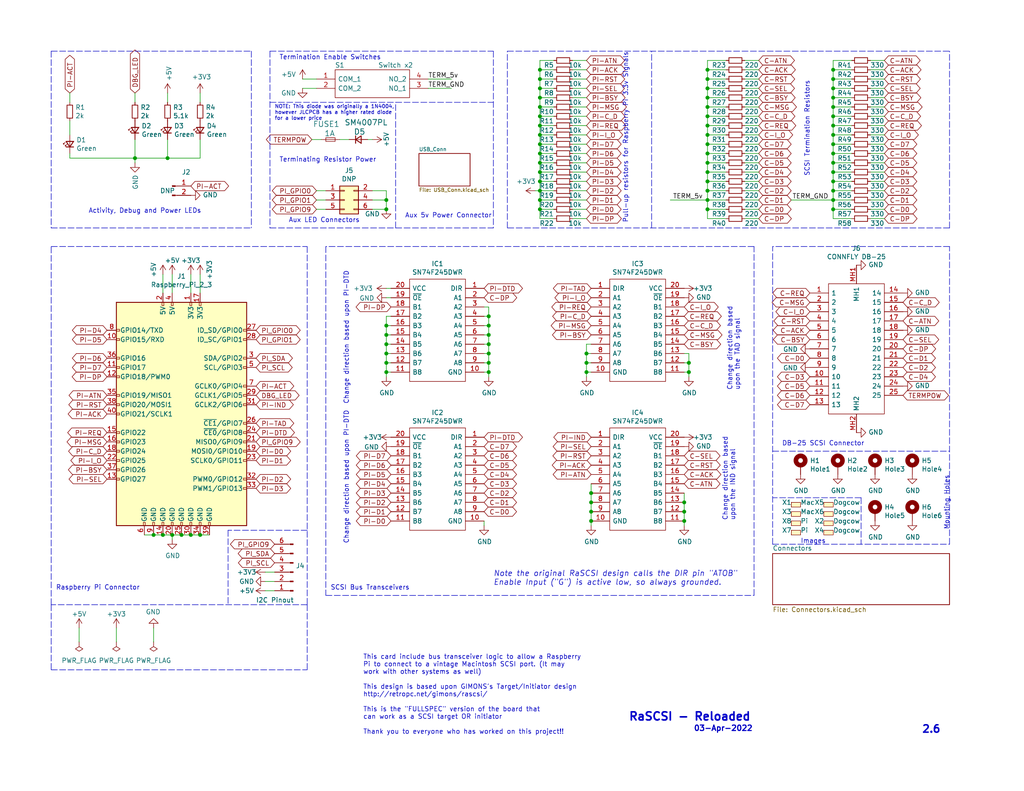
<source format=kicad_sch>
(kicad_sch (version 20211123) (generator eeschema)
  (paper "USLetter")
  (junction (at 147.32 19.05))
  (junction (at 227.33 57.15))
  (junction (at 193.04 52.07))
  (junction (at 147.32 36.83))
  (junction (at 133.35 101.6))
  (junction (at 227.33 54.61))
  (junction (at 133.35 86.36))
  (junction (at 186.69 137.16))
  (junction (at 147.32 52.07))
  (junction (at 105.41 91.44))
  (junction (at 105.41 93.98))
  (junction (at 105.41 96.52))
  (junction (at 187.96 99.06))
  (junction (at 147.32 21.59))
  (junction (at 147.32 49.53))
  (junction (at 160.02 99.06))
  (junction (at 147.32 54.61))
  (junction (at 105.41 101.6))
  (junction (at 54.61 146.05))
  (junction (at 193.04 19.05))
  (junction (at 193.04 54.61))
  (junction (at 160.02 96.52))
  (junction (at 161.29 134.62))
  (junction (at 227.33 29.21))
  (junction (at 133.35 93.98))
  (junction (at 41.91 146.05))
  (junction (at 227.33 44.45))
  (junction (at 193.04 36.83))
  (junction (at 147.32 24.13))
  (junction (at 227.33 46.99))
  (junction (at 36.83 43.18))
  (junction (at 227.33 24.13))
  (junction (at 133.35 88.9))
  (junction (at 193.04 24.13))
  (junction (at 193.04 29.21))
  (junction (at 193.04 34.29))
  (junction (at 44.45 146.05))
  (junction (at 193.04 31.75))
  (junction (at 193.04 44.45))
  (junction (at 147.32 31.75))
  (junction (at 133.35 96.52))
  (junction (at 227.33 19.05))
  (junction (at 227.33 41.91))
  (junction (at 105.41 99.06))
  (junction (at 193.04 26.67))
  (junction (at 147.32 39.37))
  (junction (at 186.69 142.24))
  (junction (at 147.32 44.45))
  (junction (at 227.33 26.67))
  (junction (at 147.32 26.67))
  (junction (at 147.32 57.15))
  (junction (at 227.33 52.07))
  (junction (at 147.32 41.91))
  (junction (at 227.33 39.37))
  (junction (at 45.72 43.18))
  (junction (at 160.02 101.6))
  (junction (at 227.33 49.53))
  (junction (at 133.35 91.44))
  (junction (at 227.33 34.29))
  (junction (at 227.33 36.83))
  (junction (at 193.04 39.37))
  (junction (at 52.07 146.05))
  (junction (at 161.29 139.7))
  (junction (at 147.32 29.21))
  (junction (at 187.96 101.6))
  (junction (at 186.69 139.7))
  (junction (at 227.33 21.59))
  (junction (at 105.41 88.9))
  (junction (at 161.29 137.16))
  (junction (at 105.41 54.61))
  (junction (at 147.32 34.29))
  (junction (at 227.33 31.75))
  (junction (at 46.99 146.05))
  (junction (at 147.32 46.99))
  (junction (at 193.04 41.91))
  (junction (at 105.41 57.15))
  (junction (at 193.04 46.99))
  (junction (at 193.04 21.59))
  (junction (at 49.53 146.05))
  (junction (at 161.29 142.24))
  (junction (at 193.04 57.15))
  (junction (at 133.35 99.06))
  (junction (at 193.04 49.53))
  (wire (pts (xy 193.04 59.69) (xy 198.12 59.69)))
  (wire (pts (xy 161.29 134.62) (xy 161.29 132.08)))
  (wire (pts (xy 49.53 146.05) (xy 46.99 146.05)))
  (wire (pts (xy 160.02 93.98) (xy 160.02 96.52)))
  (wire (pts (xy 227.33 41.91) (xy 227.33 44.45)))
  (polyline (pts (xy 88.9 162.56) (xy 205.74 162.56)))
  (wire (pts (xy 186.69 139.7) (xy 186.69 137.16)))
  (wire (pts (xy 46.99 80.01) (xy 46.99 74.93)))
  (wire (pts (xy 156.21 31.75) (xy 160.02 31.75)))
  (polyline (pts (xy 73.66 13.97) (xy 73.66 62.23)))
  (wire (pts (xy 132.08 143.51) (xy 132.08 142.24)))
  (wire (pts (xy 105.41 91.44) (xy 105.41 88.9)))
  (polyline (pts (xy 177.8 62.23) (xy 177.8 13.97)))
  (wire (pts (xy 133.35 99.06) (xy 133.35 101.6)))
  (wire (pts (xy 41.91 171.45) (xy 41.91 175.26)))
  (wire (pts (xy 207.01 57.15) (xy 203.2 57.15)))
  (wire (pts (xy 207.01 34.29) (xy 203.2 34.29)))
  (polyline (pts (xy 210.82 148.59) (xy 210.82 67.31)))
  (wire (pts (xy 241.3 52.07) (xy 237.49 52.07)))
  (wire (pts (xy 74.93 158.75) (xy 72.39 158.75)))
  (wire (pts (xy 87.63 38.1) (xy 85.09 38.1)))
  (wire (pts (xy 207.01 44.45) (xy 203.2 44.45)))
  (wire (pts (xy 241.3 21.59) (xy 237.49 21.59)))
  (wire (pts (xy 147.32 19.05) (xy 151.13 19.05)))
  (wire (pts (xy 207.01 52.07) (xy 203.2 52.07)))
  (polyline (pts (xy 13.97 13.97) (xy 13.97 62.23)))
  (wire (pts (xy 241.3 57.15) (xy 237.49 57.15)))
  (wire (pts (xy 241.3 31.75) (xy 237.49 31.75)))
  (wire (pts (xy 106.68 99.06) (xy 105.41 99.06)))
  (wire (pts (xy 193.04 52.07) (xy 198.12 52.07)))
  (wire (pts (xy 46.99 146.05) (xy 44.45 146.05)))
  (wire (pts (xy 241.3 24.13) (xy 237.49 24.13)))
  (wire (pts (xy 227.33 26.67) (xy 227.33 29.21)))
  (wire (pts (xy 147.32 26.67) (xy 151.13 26.67)))
  (wire (pts (xy 193.04 39.37) (xy 198.12 39.37)))
  (wire (pts (xy 44.45 80.01) (xy 44.45 74.93)))
  (polyline (pts (xy 62.23 144.78) (xy 62.23 165.1)))
  (wire (pts (xy 207.01 36.83) (xy 203.2 36.83)))
  (wire (pts (xy 241.3 41.91) (xy 237.49 41.91)))
  (wire (pts (xy 133.35 86.36) (xy 133.35 83.82)))
  (wire (pts (xy 54.61 146.05) (xy 52.07 146.05)))
  (wire (pts (xy 147.32 54.61) (xy 151.13 54.61)))
  (wire (pts (xy 227.33 16.51) (xy 232.41 16.51)))
  (wire (pts (xy 105.41 99.06) (xy 105.41 96.52)))
  (wire (pts (xy 187.96 96.52) (xy 186.69 96.52)))
  (wire (pts (xy 132.08 86.36) (xy 133.35 86.36)))
  (wire (pts (xy 227.33 36.83) (xy 227.33 39.37)))
  (wire (pts (xy 227.33 31.75) (xy 227.33 34.29)))
  (wire (pts (xy 207.01 59.69) (xy 203.2 59.69)))
  (wire (pts (xy 193.04 49.53) (xy 198.12 49.53)))
  (wire (pts (xy 160.02 101.6) (xy 160.02 102.87)))
  (polyline (pts (xy 73.66 13.97) (xy 134.62 13.97)))
  (polyline (pts (xy 83.82 165.1) (xy 83.82 165.1)))
  (polyline (pts (xy 138.43 13.97) (xy 259.08 13.97)))
  (wire (pts (xy 227.33 19.05) (xy 232.41 19.05)))
  (wire (pts (xy 241.3 46.99) (xy 237.49 46.99)))
  (wire (pts (xy 227.33 59.69) (xy 232.41 59.69)))
  (wire (pts (xy 161.29 142.24) (xy 161.29 139.7)))
  (wire (pts (xy 161.29 143.51) (xy 161.29 142.24)))
  (wire (pts (xy 147.32 24.13) (xy 147.32 26.67)))
  (wire (pts (xy 207.01 49.53) (xy 203.2 49.53)))
  (polyline (pts (xy 13.97 165.1) (xy 13.97 182.88)))
  (wire (pts (xy 19.05 25.4) (xy 19.05 27.94)))
  (wire (pts (xy 227.33 34.29) (xy 227.33 36.83)))
  (wire (pts (xy 147.32 52.07) (xy 147.32 54.61)))
  (wire (pts (xy 193.04 26.67) (xy 198.12 26.67)))
  (wire (pts (xy 156.21 54.61) (xy 160.02 54.61)))
  (wire (pts (xy 193.04 16.51) (xy 193.04 19.05)))
  (wire (pts (xy 101.6 57.15) (xy 105.41 57.15)))
  (wire (pts (xy 182.88 54.61) (xy 193.04 54.61)))
  (wire (pts (xy 147.32 46.99) (xy 147.32 49.53)))
  (wire (pts (xy 207.01 54.61) (xy 203.2 54.61)))
  (polyline (pts (xy 138.43 62.23) (xy 138.43 13.97)))
  (wire (pts (xy 147.32 24.13) (xy 151.13 24.13)))
  (wire (pts (xy 147.32 21.59) (xy 147.32 24.13)))
  (wire (pts (xy 156.21 41.91) (xy 160.02 41.91)))
  (wire (pts (xy 147.32 57.15) (xy 151.13 57.15)))
  (wire (pts (xy 186.69 101.6) (xy 187.96 101.6)))
  (wire (pts (xy 105.41 81.28) (xy 106.68 81.28)))
  (wire (pts (xy 147.32 57.15) (xy 147.32 59.69)))
  (wire (pts (xy 193.04 44.45) (xy 198.12 44.45)))
  (wire (pts (xy 193.04 41.91) (xy 193.04 44.45)))
  (wire (pts (xy 227.33 24.13) (xy 227.33 26.67)))
  (wire (pts (xy 146.05 52.07) (xy 147.32 52.07)))
  (wire (pts (xy 227.33 49.53) (xy 227.33 52.07)))
  (wire (pts (xy 86.36 24.13) (xy 82.55 24.13)))
  (wire (pts (xy 147.32 26.67) (xy 147.32 29.21)))
  (wire (pts (xy 105.41 101.6) (xy 105.41 102.87)))
  (wire (pts (xy 227.33 46.99) (xy 232.41 46.99)))
  (wire (pts (xy 156.21 49.53) (xy 160.02 49.53)))
  (wire (pts (xy 133.35 101.6) (xy 133.35 102.87)))
  (wire (pts (xy 147.32 39.37) (xy 151.13 39.37)))
  (wire (pts (xy 19.05 43.18) (xy 36.83 43.18)))
  (wire (pts (xy 227.33 19.05) (xy 227.33 21.59)))
  (wire (pts (xy 227.33 41.91) (xy 232.41 41.91)))
  (polyline (pts (xy 259.08 67.31) (xy 210.82 67.31)))
  (wire (pts (xy 227.33 21.59) (xy 232.41 21.59)))
  (wire (pts (xy 106.68 88.9) (xy 105.41 88.9)))
  (wire (pts (xy 227.33 54.61) (xy 232.41 54.61)))
  (wire (pts (xy 160.02 96.52) (xy 160.02 99.06)))
  (wire (pts (xy 105.41 57.15) (xy 105.41 54.61)))
  (wire (pts (xy 19.05 43.18) (xy 19.05 41.91)))
  (wire (pts (xy 147.32 41.91) (xy 151.13 41.91)))
  (polyline (pts (xy 134.62 13.97) (xy 134.62 62.23)))
  (wire (pts (xy 44.45 146.05) (xy 41.91 146.05)))
  (wire (pts (xy 101.6 54.61) (xy 105.41 54.61)))
  (wire (pts (xy 132.08 99.06) (xy 133.35 99.06)))
  (wire (pts (xy 193.04 19.05) (xy 198.12 19.05)))
  (wire (pts (xy 133.35 101.6) (xy 132.08 101.6)))
  (wire (pts (xy 54.61 43.18) (xy 54.61 38.1)))
  (wire (pts (xy 106.68 96.52) (xy 105.41 96.52)))
  (wire (pts (xy 193.04 52.07) (xy 193.04 54.61)))
  (wire (pts (xy 241.3 54.61) (xy 237.49 54.61)))
  (wire (pts (xy 156.21 34.29) (xy 160.02 34.29)))
  (wire (pts (xy 147.32 49.53) (xy 147.32 52.07)))
  (wire (pts (xy 193.04 31.75) (xy 198.12 31.75)))
  (wire (pts (xy 207.01 31.75) (xy 203.2 31.75)))
  (wire (pts (xy 36.83 38.1) (xy 36.83 43.18)))
  (wire (pts (xy 207.01 46.99) (xy 203.2 46.99)))
  (wire (pts (xy 207.01 29.21) (xy 203.2 29.21)))
  (wire (pts (xy 227.33 21.59) (xy 227.33 24.13)))
  (polyline (pts (xy 13.97 13.97) (xy 68.58 13.97)))
  (wire (pts (xy 86.36 57.15) (xy 88.9 57.15)))
  (wire (pts (xy 193.04 24.13) (xy 198.12 24.13)))
  (wire (pts (xy 45.72 43.18) (xy 54.61 43.18)))
  (wire (pts (xy 105.41 54.61) (xy 105.41 52.07)))
  (wire (pts (xy 193.04 59.69) (xy 193.04 57.15)))
  (wire (pts (xy 156.21 36.83) (xy 160.02 36.83)))
  (wire (pts (xy 227.33 57.15) (xy 232.41 57.15)))
  (wire (pts (xy 207.01 24.13) (xy 203.2 24.13)))
  (wire (pts (xy 161.29 139.7) (xy 161.29 137.16)))
  (wire (pts (xy 86.36 21.59) (xy 82.55 21.59)))
  (polyline (pts (xy 83.82 165.1) (xy 13.97 165.1)))
  (wire (pts (xy 193.04 49.53) (xy 193.04 52.07)))
  (wire (pts (xy 132.08 88.9) (xy 133.35 88.9)))
  (wire (pts (xy 227.33 54.61) (xy 215.9 54.61)))
  (wire (pts (xy 241.3 39.37) (xy 237.49 39.37)))
  (polyline (pts (xy 259.08 62.23) (xy 138.43 62.23)))
  (wire (pts (xy 227.33 31.75) (xy 232.41 31.75)))
  (wire (pts (xy 207.01 21.59) (xy 203.2 21.59)))
  (polyline (pts (xy 205.74 67.31) (xy 88.9 67.31)))
  (wire (pts (xy 147.32 44.45) (xy 147.32 46.99)))
  (wire (pts (xy 193.04 39.37) (xy 193.04 41.91)))
  (wire (pts (xy 133.35 96.52) (xy 133.35 93.98)))
  (wire (pts (xy 95.25 38.1) (xy 92.71 38.1)))
  (wire (pts (xy 132.08 93.98) (xy 133.35 93.98)))
  (wire (pts (xy 193.04 54.61) (xy 198.12 54.61)))
  (wire (pts (xy 21.59 171.45) (xy 21.59 175.26)))
  (wire (pts (xy 193.04 21.59) (xy 193.04 24.13)))
  (wire (pts (xy 227.33 39.37) (xy 227.33 41.91)))
  (wire (pts (xy 156.21 52.07) (xy 160.02 52.07)))
  (wire (pts (xy 54.61 27.94) (xy 54.61 25.4)))
  (wire (pts (xy 36.83 27.94) (xy 36.83 25.4)))
  (wire (pts (xy 105.41 96.52) (xy 105.41 93.98)))
  (wire (pts (xy 86.36 52.07) (xy 88.9 52.07)))
  (wire (pts (xy 193.04 36.83) (xy 193.04 39.37)))
  (polyline (pts (xy 234.95 135.89) (xy 234.95 148.59)))
  (wire (pts (xy 227.33 44.45) (xy 232.41 44.45)))
  (polyline (pts (xy 83.82 165.1) (xy 83.82 182.88)))
  (wire (pts (xy 193.04 46.99) (xy 193.04 49.53)))
  (wire (pts (xy 161.29 93.98) (xy 160.02 93.98)))
  (wire (pts (xy 116.84 24.13) (xy 123.19 24.13)))
  (wire (pts (xy 101.6 38.1) (xy 100.33 38.1)))
  (wire (pts (xy 31.75 171.45) (xy 31.75 175.26)))
  (wire (pts (xy 147.32 19.05) (xy 147.32 21.59)))
  (wire (pts (xy 161.29 101.6) (xy 160.02 101.6)))
  (wire (pts (xy 193.04 34.29) (xy 193.04 36.83)))
  (wire (pts (xy 186.69 99.06) (xy 187.96 99.06)))
  (wire (pts (xy 227.33 26.67) (xy 232.41 26.67)))
  (wire (pts (xy 227.33 36.83) (xy 232.41 36.83)))
  (wire (pts (xy 227.33 52.07) (xy 232.41 52.07)))
  (wire (pts (xy 52.07 146.05) (xy 49.53 146.05)))
  (wire (pts (xy 106.68 91.44) (xy 105.41 91.44)))
  (wire (pts (xy 187.96 102.87) (xy 187.96 101.6)))
  (wire (pts (xy 57.15 146.05) (xy 54.61 146.05)))
  (wire (pts (xy 193.04 44.45) (xy 193.04 46.99)))
  (wire (pts (xy 132.08 96.52) (xy 133.35 96.52)))
  (wire (pts (xy 133.35 88.9) (xy 133.35 86.36)))
  (wire (pts (xy 193.04 57.15) (xy 198.12 57.15)))
  (wire (pts (xy 156.21 44.45) (xy 160.02 44.45)))
  (wire (pts (xy 193.04 24.13) (xy 193.04 26.67)))
  (wire (pts (xy 147.32 31.75) (xy 147.32 34.29)))
  (wire (pts (xy 147.32 41.91) (xy 147.32 44.45)))
  (wire (pts (xy 132.08 83.82) (xy 133.35 83.82)))
  (wire (pts (xy 156.21 57.15) (xy 160.02 57.15)))
  (polyline (pts (xy 13.97 62.23) (xy 68.58 62.23)))
  (wire (pts (xy 227.33 24.13) (xy 232.41 24.13)))
  (wire (pts (xy 161.29 99.06) (xy 160.02 99.06)))
  (wire (pts (xy 241.3 29.21) (xy 237.49 29.21)))
  (wire (pts (xy 227.33 39.37) (xy 232.41 39.37)))
  (wire (pts (xy 161.29 137.16) (xy 161.29 134.62)))
  (wire (pts (xy 19.05 33.02) (xy 19.05 36.83)))
  (polyline (pts (xy 13.97 67.31) (xy 83.82 67.31)))
  (wire (pts (xy 186.69 142.24) (xy 186.69 139.7)))
  (wire (pts (xy 207.01 41.91) (xy 203.2 41.91)))
  (wire (pts (xy 156.21 39.37) (xy 160.02 39.37)))
  (wire (pts (xy 186.69 137.16) (xy 186.69 134.62)))
  (wire (pts (xy 147.32 54.61) (xy 147.32 57.15)))
  (wire (pts (xy 207.01 19.05) (xy 203.2 19.05)))
  (wire (pts (xy 227.33 57.15) (xy 227.33 54.61)))
  (wire (pts (xy 207.01 16.51) (xy 203.2 16.51)))
  (wire (pts (xy 46.99 147.32) (xy 46.99 146.05)))
  (wire (pts (xy 52.07 80.01) (xy 52.07 74.93)))
  (wire (pts (xy 186.69 143.51) (xy 186.69 142.24)))
  (wire (pts (xy 193.04 26.67) (xy 193.04 29.21)))
  (polyline (pts (xy 13.97 165.1) (xy 13.97 67.31)))
  (polyline (pts (xy 205.74 162.56) (xy 205.74 67.31)))
  (polyline (pts (xy 73.66 27.94) (xy 134.62 27.94)))
  (wire (pts (xy 241.3 59.69) (xy 237.49 59.69)))
  (wire (pts (xy 133.35 93.98) (xy 133.35 91.44)))
  (polyline (pts (xy 234.95 135.89) (xy 210.82 135.89)))
  (wire (pts (xy 156.21 29.21) (xy 160.02 29.21)))
  (wire (pts (xy 133.35 99.06) (xy 133.35 96.52)))
  (wire (pts (xy 241.3 34.29) (xy 237.49 34.29)))
  (wire (pts (xy 116.84 21.59) (xy 123.19 21.59)))
  (wire (pts (xy 227.33 49.53) (xy 232.41 49.53)))
  (wire (pts (xy 241.3 49.53) (xy 237.49 49.53)))
  (wire (pts (xy 156.21 21.59) (xy 160.02 21.59)))
  (wire (pts (xy 193.04 29.21) (xy 198.12 29.21)))
  (wire (pts (xy 147.32 36.83) (xy 151.13 36.83)))
  (wire (pts (xy 72.39 156.21) (xy 74.93 156.21)))
  (wire (pts (xy 227.33 34.29) (xy 232.41 34.29)))
  (wire (pts (xy 193.04 19.05) (xy 193.04 21.59)))
  (wire (pts (xy 147.32 36.83) (xy 147.32 39.37)))
  (wire (pts (xy 207.01 26.67) (xy 203.2 26.67)))
  (wire (pts (xy 227.33 44.45) (xy 227.33 46.99)))
  (wire (pts (xy 106.68 101.6) (xy 105.41 101.6)))
  (wire (pts (xy 227.33 46.99) (xy 227.33 49.53)))
  (wire (pts (xy 147.32 59.69) (xy 151.13 59.69)))
  (wire (pts (xy 132.08 91.44) (xy 133.35 91.44)))
  (wire (pts (xy 193.04 16.51) (xy 198.12 16.51)))
  (wire (pts (xy 105.41 93.98) (xy 105.41 91.44)))
  (wire (pts (xy 147.32 34.29) (xy 147.32 36.83)))
  (wire (pts (xy 147.32 29.21) (xy 151.13 29.21)))
  (wire (pts (xy 105.41 88.9) (xy 105.41 86.36)))
  (wire (pts (xy 105.41 78.74) (xy 106.68 78.74)))
  (wire (pts (xy 41.91 146.05) (xy 39.37 146.05)))
  (wire (pts (xy 187.96 101.6) (xy 187.96 99.06)))
  (wire (pts (xy 106.68 93.98) (xy 105.41 93.98)))
  (wire (pts (xy 187.96 99.06) (xy 187.96 96.52)))
  (wire (pts (xy 227.33 29.21) (xy 227.33 31.75)))
  (wire (pts (xy 193.04 29.21) (xy 193.04 31.75)))
  (wire (pts (xy 156.21 46.99) (xy 160.02 46.99)))
  (polyline (pts (xy 83.82 67.31) (xy 83.82 165.1)))
  (wire (pts (xy 227.33 59.69) (xy 227.33 57.15)))
  (wire (pts (xy 241.3 19.05) (xy 237.49 19.05)))
  (wire (pts (xy 86.36 54.61) (xy 88.9 54.61)))
  (wire (pts (xy 147.32 46.99) (xy 151.13 46.99)))
  (wire (pts (xy 241.3 44.45) (xy 237.49 44.45)))
  (polyline (pts (xy 210.82 123.19) (xy 259.08 123.19)))
  (wire (pts (xy 54.61 80.01) (xy 54.61 74.93)))
  (wire (pts (xy 72.39 161.29) (xy 74.93 161.29)))
  (wire (pts (xy 105.41 52.07) (xy 101.6 52.07)))
  (wire (pts (xy 161.29 96.52) (xy 160.02 96.52)))
  (wire (pts (xy 241.3 26.67) (xy 237.49 26.67)))
  (wire (pts (xy 193.04 31.75) (xy 193.04 34.29)))
  (polyline (pts (xy 68.58 13.97) (xy 68.58 62.23)))
  (wire (pts (xy 147.32 21.59) (xy 151.13 21.59)))
  (wire (pts (xy 147.32 29.21) (xy 147.32 31.75)))
  (wire (pts (xy 156.21 19.05) (xy 160.02 19.05)))
  (polyline (pts (xy 259.08 62.23) (xy 259.08 13.97)))
  (polyline (pts (xy 73.66 62.23) (xy 134.62 62.23)))
  (wire (pts (xy 147.32 34.29) (xy 151.13 34.29)))
  (wire (pts (xy 105.41 101.6) (xy 105.41 99.06)))
  (polyline (pts (xy 259.08 148.59) (xy 259.08 67.31)))
  (wire (pts (xy 160.02 99.06) (xy 160.02 101.6)))
  (wire (pts (xy 45.72 38.1) (xy 45.72 43.18)))
  (wire (pts (xy 36.83 43.18) (xy 45.72 43.18)))
  (wire (pts (xy 207.01 39.37) (xy 203.2 39.37)))
  (wire (pts (xy 241.3 16.51) (xy 237.49 16.51)))
  (wire (pts (xy 36.83 44.45) (xy 36.83 43.18)))
  (wire (pts (xy 193.04 34.29) (xy 198.12 34.29)))
  (polyline (pts (xy 13.97 182.88) (xy 83.82 182.88)))
  (wire (pts (xy 193.04 57.15) (xy 193.04 54.61)))
  (wire (pts (xy 147.32 49.53) (xy 151.13 49.53)))
  (wire (pts (xy 241.3 36.83) (xy 237.49 36.83)))
  (wire (pts (xy 147.32 39.37) (xy 147.32 41.91)))
  (polyline (pts (xy 107.95 62.23) (xy 107.95 27.94)))
  (wire (pts (xy 45.72 27.94) (xy 45.72 25.4)))
  (wire (pts (xy 147.32 16.51) (xy 151.13 16.51)))
  (wire (pts (xy 193.04 46.99) (xy 198.12 46.99)))
  (wire (pts (xy 105.41 86.36) (xy 106.68 86.36)))
  (wire (pts (xy 147.32 44.45) (xy 151.13 44.45)))
  (wire (pts (xy 193.04 21.59) (xy 198.12 21.59)))
  (polyline (pts (xy 88.9 67.31) (xy 88.9 162.56)))
  (wire (pts (xy 193.04 36.83) (xy 198.12 36.83)))
  (wire (pts (xy 156.21 24.13) (xy 160.02 24.13)))
  (wire (pts (xy 147.32 31.75) (xy 151.13 31.75)))
  (wire (pts (xy 193.04 41.91) (xy 198.12 41.91)))
  (polyline (pts (xy 210.82 148.59) (xy 259.08 148.59)))
  (wire (pts (xy 227.33 29.21) (xy 232.41 29.21)))
  (wire (pts (xy 227.33 16.51) (xy 227.33 19.05)))
  (wire (pts (xy 156.21 26.67) (xy 160.02 26.67)))
  (polyline (pts (xy 83.82 144.78) (xy 62.23 144.78)))
  (wire (pts (xy 156.21 59.69) (xy 160.02 59.69)))
  (wire (pts (xy 133.35 91.44) (xy 133.35 88.9)))
  (wire (pts (xy 156.21 16.51) (xy 160.02 16.51)))
  (wire (pts (xy 147.32 16.51) (xy 147.32 19.05)))
  (wire (pts (xy 227.33 52.07) (xy 227.33 54.61)))
  (wire (pts (xy 147.32 52.07) (xy 151.13 52.07)))
  (text "Images" (at 218.44 148.59 0) (effects (font (size 1.27 1.27)) (justify left bottom)))
  (text "RaSCSI - Reloaded" (at 171.45 197.104 0) (effects (font (size 2.2098 2.2098) (thickness 0.442) bold) (justify left bottom)))
  (text "2.6" (at 251.46 200.406 0) (effects (font (size 2.0066 2.0066) (thickness 0.4013) bold) (justify left bottom)))
  (text "Raspberry Pi Connector" (at 15.24 161.29 0) (effects (font (size 1.27 1.27)) (justify left bottom)))
  (text "Change direction based \nupon the TAD signal" (at 201.93 106.68 90) (effects (font (size 1.27 1.27)) (justify left bottom)))
  (text "Terminating Resistor Power" (at 76.2 44.45 0) (effects (font (size 1.27 1.27)) (justify left bottom)))
  (text "Mounting Holes" (at 259.08 144.78 90) (effects (font (size 1.27 1.27)) (justify left bottom)))
  (text "03-Apr-2022" (at 189.23 199.898 0) (effects (font (size 1.4986 1.4986) (thickness 0.2997) bold) (justify left bottom)))
  (text "DB-25 SCSI Connector" (at 213.36 121.92 0) (effects (font (size 1.27 1.27)) (justify left bottom)))
  (text "SCSI Termination Resistors" (at 220.98 48.26 90) (effects (font (size 1.27 1.27)) (justify left bottom)))
  (text "Pull-up resistors for Raspberry Pi 3.3v Signals" (at 171.45 60.96 90) (effects (font (size 1.27 1.27)) (justify left bottom)))
  (text "Change direction based \nupon the IND signal" (at 200.66 142.24 90) (effects (font (size 1.27 1.27)) (justify left bottom)))
  (text "NOTE: This diode was originally a 1N4004, \nhowever JLCPCB has a higher rated diode \nfor a lower price" (at 74.93 33.02 0) (effects (font (size 0.9906 0.9906)) (justify left bottom)))
  (text "Change direction based upon PI-DTD" (at 95.25 110.49 90) (effects (font (size 1.27 1.27)) (justify left bottom)))
  (text "Note the original RaSCSI design calls the DIR pin \"ATOB\"\nEnable Input (\"G\") is active low, so always grounded." (at 134.62 160.02 0) (effects (font (size 1.4986 1.4986) italic) (justify left bottom)))
  (text "Activity, Debug and Power LEDs" (at 24.13 58.42 0) (effects (font (size 1.27 1.27)) (justify left bottom)))
  (text "Termination Enable Switches" (at 76.2 16.51 0) (effects (font (size 1.27 1.27)) (justify left bottom)))
  (text "Change direction based upon PI-DTD" (at 95.25 148.59 90) (effects (font (size 1.27 1.27)) (justify left bottom)))
  (text "This card include bus transceiver logic to allow a Raspberry \nPi to connect to a vintage Macintosh SCSI port. (It may \nwork with other systems as well)\n\nThis design is based upon GIMONS's Target/Initiator design\nhttp://retropc.net/gimons/rascsi/\n\nThis is the \"FULLSPEC\" version of the board that \ncan work as a SCSI target OR initiator\n\nThank you to everyone who has worked on this project!!" (at 99.06 200.66 0) (effects (font (size 1.27 1.27)) (justify left bottom)))
  (text "Aux 5v Power Connector" (at 110.49 59.69 0) (effects (font (size 1.27 1.27)) (justify left bottom)))
  (text "SCSI Bus Transceivers" (at 90.17 161.29 0) (effects (font (size 1.27 1.27)) (justify left bottom)))
  (text "Aux LED Connectors" (at 78.74 60.96 0) (effects (font (size 1.27 1.27)) (justify left bottom)))
  (label "TERM_GND" (at 116.84 24.13 0))
  (label "TERM_5v" (at 116.84 21.59 0))
  (label "TERM_GND" (at 226.06 54.61 180))
  (label "TERM_5v" (at 191.77 54.61 180))
  (global_label "PI-DP" (shape bidirectional) (at 29.21 102.87 180) (property "Intersheet References" "${INTERSHEET_REFS}" (effects hide)))
  (global_label "PI-REQ" (shape bidirectional) (at 161.29 83.82 180) (property "Intersheet References" "${INTERSHEET_REFS}" (effects hide)))
  (global_label "PI-I_O" (shape bidirectional) (at 160.02 36.83 0) (property "Intersheet References" "${INTERSHEET_REFS}" (effects hide)))
  (global_label "PI-D6" (shape bidirectional) (at 160.02 41.91 0) (property "Intersheet References" "${INTERSHEET_REFS}" (effects hide)))
  (global_label "C-DP" (shape bidirectional) (at 207.01 59.69 0) (property "Intersheet References" "${INTERSHEET_REFS}" (effects hide)))
  (global_label "PI-DTD" (shape bidirectional) (at 132.08 119.38 0) (property "Intersheet References" "${INTERSHEET_REFS}" (effects hide)))
  (global_label "C-I_O" (shape bidirectional) (at 207.01 36.83 0) (property "Intersheet References" "${INTERSHEET_REFS}" (effects hide)))
  (global_label "PI-D0" (shape bidirectional) (at 69.85 123.19 0) (property "Intersheet References" "${INTERSHEET_REFS}" (effects hide)))
  (global_label "PI-D7" (shape bidirectional) (at 106.68 124.46 180) (property "Intersheet References" "${INTERSHEET_REFS}" (effects hide)))
  (global_label "PI-D4" (shape bidirectional) (at 29.21 90.17 180) (property "Intersheet References" "${INTERSHEET_REFS}" (effects hide)))
  (global_label "C-ATN" (shape bidirectional) (at 246.38 87.63 0) (property "Intersheet References" "${INTERSHEET_REFS}" (effects hide)))
  (global_label "PI-C_D" (shape bidirectional) (at 161.29 86.36 180) (property "Intersheet References" "${INTERSHEET_REFS}" (effects hide)))
  (global_label "C-D6" (shape bidirectional) (at 132.08 124.46 0) (property "Intersheet References" "${INTERSHEET_REFS}" (effects hide)))
  (global_label "PI-REQ" (shape bidirectional) (at 160.02 34.29 0) (property "Intersheet References" "${INTERSHEET_REFS}" (effects hide)))
  (global_label "C-D0" (shape bidirectional) (at 132.08 139.7 0) (property "Intersheet References" "${INTERSHEET_REFS}" (effects hide)))
  (global_label "C-D3" (shape bidirectional) (at 132.08 132.08 0) (property "Intersheet References" "${INTERSHEET_REFS}" (effects hide)))
  (global_label "C-D1" (shape bidirectional) (at 246.38 97.79 0) (property "Intersheet References" "${INTERSHEET_REFS}" (effects hide)))
  (global_label "PI-C_D" (shape bidirectional) (at 29.21 123.19 180) (property "Intersheet References" "${INTERSHEET_REFS}" (effects hide)))
  (global_label "C-D1" (shape bidirectional) (at 241.3 54.61 0) (property "Intersheet References" "${INTERSHEET_REFS}" (effects hide)))
  (global_label "PI-D3" (shape bidirectional) (at 69.85 133.35 0) (property "Intersheet References" "${INTERSHEET_REFS}" (effects hide)))
  (global_label "C-DP" (shape bidirectional) (at 246.38 95.25 0) (property "Intersheet References" "${INTERSHEET_REFS}" (effects hide)))
  (global_label "C-D6" (shape bidirectional) (at 241.3 41.91 0) (property "Intersheet References" "${INTERSHEET_REFS}" (effects hide)))
  (global_label "C-C_D" (shape bidirectional) (at 241.3 31.75 0) (property "Intersheet References" "${INTERSHEET_REFS}" (effects hide)))
  (global_label "C-BSY" (shape bidirectional) (at 220.98 92.71 180) (property "Intersheet References" "${INTERSHEET_REFS}" (effects hide)))
  (global_label "C-RST" (shape bidirectional) (at 241.3 21.59 0) (property "Intersheet References" "${INTERSHEET_REFS}" (effects hide)))
  (global_label "C-ACK" (shape bidirectional) (at 207.01 19.05 0) (property "Intersheet References" "${INTERSHEET_REFS}" (effects hide)))
  (global_label "PI-D7" (shape bidirectional) (at 160.02 39.37 0) (property "Intersheet References" "${INTERSHEET_REFS}" (effects hide)))
  (global_label "PI-D2" (shape bidirectional) (at 160.02 52.07 0) (property "Intersheet References" "${INTERSHEET_REFS}" (effects hide)))
  (global_label "PI-DTD" (shape bidirectional) (at 69.85 118.11 0) (property "Intersheet References" "${INTERSHEET_REFS}" (effects hide)))
  (global_label "PI-D3" (shape bidirectional) (at 160.02 49.53 0) (property "Intersheet References" "${INTERSHEET_REFS}" (effects hide)))
  (global_label "PI-ATN" (shape bidirectional) (at 161.29 129.54 180) (property "Intersheet References" "${INTERSHEET_REFS}" (effects hide)))
  (global_label "C-D5" (shape bidirectional) (at 220.98 105.41 180) (property "Intersheet References" "${INTERSHEET_REFS}" (effects hide)))
  (global_label "PI-I_O" (shape bidirectional) (at 161.29 81.28 180) (property "Intersheet References" "${INTERSHEET_REFS}" (effects hide)))
  (global_label "C-I_O" (shape bidirectional) (at 220.98 85.09 180) (property "Intersheet References" "${INTERSHEET_REFS}" (effects hide)))
  (global_label "PI-MSG" (shape bidirectional) (at 160.02 29.21 0) (property "Intersheet References" "${INTERSHEET_REFS}" (effects hide)))
  (global_label "PI-DTD" (shape bidirectional) (at 132.08 78.74 0) (property "Intersheet References" "${INTERSHEET_REFS}" (effects hide)))
  (global_label "PI-D5" (shape bidirectional) (at 29.21 92.71 180) (property "Intersheet References" "${INTERSHEET_REFS}" (effects hide)))
  (global_label "C-D5" (shape bidirectional) (at 241.3 44.45 0) (property "Intersheet References" "${INTERSHEET_REFS}" (effects hide)))
  (global_label "C-D0" (shape bidirectional) (at 207.01 57.15 0) (property "Intersheet References" "${INTERSHEET_REFS}" (effects hide)))
  (global_label "PI-ACT" (shape bidirectional) (at 19.05 25.4 90) (property "Intersheet References" "${INTERSHEET_REFS}" (effects hide)))
  (global_label "C-D3" (shape bidirectional) (at 220.98 102.87 180) (property "Intersheet References" "${INTERSHEET_REFS}" (effects hide)))
  (global_label "C-D0" (shape bidirectional) (at 220.98 97.79 180) (property "Intersheet References" "${INTERSHEET_REFS}" (effects hide)))
  (global_label "C-MSG" (shape bidirectional) (at 241.3 29.21 0) (property "Intersheet References" "${INTERSHEET_REFS}" (effects hide)))
  (global_label "PI-RST" (shape bidirectional) (at 160.02 21.59 0) (property "Intersheet References" "${INTERSHEET_REFS}" (effects hide)))
  (global_label "PI-D6" (shape bidirectional) (at 106.68 127 180) (property "Intersheet References" "${INTERSHEET_REFS}" (effects hide)))
  (global_label "C-D0" (shape bidirectional) (at 241.3 57.15 0) (property "Intersheet References" "${INTERSHEET_REFS}" (effects hide)))
  (global_label "C-D5" (shape bidirectional) (at 132.08 127 0) (property "Intersheet References" "${INTERSHEET_REFS}" (effects hide)))
  (global_label "C-D4" (shape bidirectional) (at 132.08 129.54 0) (property "Intersheet References" "${INTERSHEET_REFS}" (effects hide)))
  (global_label "C-RST" (shape bidirectional) (at 220.98 87.63 180) (property "Intersheet References" "${INTERSHEET_REFS}" (effects hide)))
  (global_label "PI-SEL" (shape bidirectional) (at 29.21 130.81 180) (property "Intersheet References" "${INTERSHEET_REFS}" (effects hide)))
  (global_label "PI-IND" (shape bidirectional) (at 69.85 110.49 0) (property "Intersheet References" "${INTERSHEET_REFS}" (effects hide)))
  (global_label "C-C_D" (shape bidirectional) (at 246.38 82.55 0) (property "Intersheet References" "${INTERSHEET_REFS}" (effects hide)))
  (global_label "C-D7" (shape bidirectional) (at 241.3 39.37 0) (property "Intersheet References" "${INTERSHEET_REFS}" (effects hide)))
  (global_label "PI_GPIO9" (shape bidirectional) (at 74.93 148.59 180) (property "Intersheet References" "${INTERSHEET_REFS}" (effects hide)))
  (global_label "PI-D1" (shape bidirectional) (at 69.85 125.73 0) (property "Intersheet References" "${INTERSHEET_REFS}" (effects hide)))
  (global_label "C-D7" (shape bidirectional) (at 207.01 39.37 0) (property "Intersheet References" "${INTERSHEET_REFS}" (effects hide)))
  (global_label "PI-RST" (shape bidirectional) (at 29.21 110.49 180) (property "Intersheet References" "${INTERSHEET_REFS}" (effects hide)))
  (global_label "C-D1" (shape bidirectional) (at 132.08 137.16 0) (property "Intersheet References" "${INTERSHEET_REFS}" (effects hide)))
  (global_label "PI-REQ" (shape bidirectional) (at 29.21 118.11 180) (property "Intersheet References" "${INTERSHEET_REFS}" (effects hide)))
  (global_label "C-ACK" (shape bidirectional) (at 241.3 19.05 0) (property "Intersheet References" "${INTERSHEET_REFS}" (effects hide)))
  (global_label "PI-ATN" (shape bidirectional) (at 29.21 107.95 180) (property "Intersheet References" "${INTERSHEET_REFS}" (effects hide)))
  (global_label "PI-D4" (shape bidirectional) (at 106.68 132.08 180) (property "Intersheet References" "${INTERSHEET_REFS}" (effects hide)))
  (global_label "C-C_D" (shape bidirectional) (at 186.69 88.9 0) (property "Intersheet References" "${INTERSHEET_REFS}" (effects hide)))
  (global_label "C-BSY" (shape bidirectional) (at 241.3 26.67 0) (property "Intersheet References" "${INTERSHEET_REFS}" (effects hide)))
  (global_label "C-SEL" (shape bidirectional) (at 246.38 92.71 0) (property "Intersheet References" "${INTERSHEET_REFS}" (effects hide)))
  (global_label "C-ATN" (shape bidirectional) (at 207.01 16.51 0) (property "Intersheet References" "${INTERSHEET_REFS}" (effects hide)))
  (global_label "PI_SCL" (shape bidirectional) (at 69.85 100.33 0) (property "Intersheet References" "${INTERSHEET_REFS}" (effects hide)))
  (global_label "DBG_LED" (shape bidirectional) (at 36.83 25.4 90) (property "Intersheet References" "${INTERSHEET_REFS}" (effects hide)))
  (global_label "C-D2" (shape bidirectional) (at 207.01 52.07 0) (property "Intersheet References" "${INTERSHEET_REFS}" (effects hide)))
  (global_label "PI_GPIO1" (shape bidirectional) (at 69.85 92.71 0) (property "Intersheet References" "${INTERSHEET_REFS}" (effects hide)))
  (global_label "PI-BSY" (shape bidirectional) (at 29.21 128.27 180) (property "Intersheet References" "${INTERSHEET_REFS}" (effects hide)))
  (global_label "PI-BSY" (shape bidirectional) (at 160.02 26.67 0) (property "Intersheet References" "${INTERSHEET_REFS}" (effects hide)))
  (global_label "C-MSG" (shape bidirectional) (at 186.69 91.44 0) (property "Intersheet References" "${INTERSHEET_REFS}" (effects hide)))
  (global_label "PI-ACT" (shape bidirectional) (at 52.07 50.8 0) (property "Intersheet References" "${INTERSHEET_REFS}" (effects hide)))
  (global_label "C-D3" (shape bidirectional) (at 207.01 49.53 0) (property "Intersheet References" "${INTERSHEET_REFS}" (effects hide)))
  (global_label "DBG_LED" (shape bidirectional) (at 69.85 107.95 0) (property "Intersheet References" "${INTERSHEET_REFS}" (effects hide)))
  (global_label "TERMPOW" (shape bidirectional) (at 85.09 38.1 180) (property "Intersheet References" "${INTERSHEET_REFS}" (effects hide)))
  (global_label "PI_SDA" (shape bidirectional) (at 74.93 151.13 180) (property "Intersheet References" "${INTERSHEET_REFS}" (effects hide)))
  (global_label "C-D3" (shape bidirectional) (at 241.3 49.53 0) (property "Intersheet References" "${INTERSHEET_REFS}" (effects hide)))
  (global_label "PI_GPIO1" (shape bidirectional) (at 86.36 54.61 180) (property "Intersheet References" "${INTERSHEET_REFS}" (effects hide)))
  (global_label "C-D4" (shape bidirectional) (at 207.01 46.99 0) (property "Intersheet References" "${INTERSHEET_REFS}" (effects hide)))
  (global_label "PI-ATN" (shape bidirectional) (at 160.02 16.51 0) (property "Intersheet References" "${INTERSHEET_REFS}" (effects hide)))
  (global_label "C-ATN" (shape bidirectional) (at 186.69 132.08 0) (property "Intersheet References" "${INTERSHEET_REFS}" (effects hide)))
  (global_label "C-D2" (shape bidirectional) (at 241.3 52.07 0) (property "Intersheet References" "${INTERSHEET_REFS}" (effects hide)))
  (global_label "PI-ACT" (shape bidirectional) (at 69.85 105.41 0) (property "Intersheet References" "${INTERSHEET_REFS}" (effects hide)))
  (global_label "PI-MSG" (shape bidirectional) (at 161.29 88.9 180) (property "Intersheet References" "${INTERSHEET_REFS}" (effects hide)))
  (global_label "PI-D2" (shape bidirectional) (at 106.68 137.16 180) (property "Intersheet References" "${INTERSHEET_REFS}" (effects hide)))
  (global_label "PI-DP" (shape bidirectional) (at 160.02 59.69 0) (property "Intersheet References" "${INTERSHEET_REFS}" (effects hide)))
  (global_label "C-BSY" (shape bidirectional) (at 186.69 93.98 0) (property "Intersheet References" "${INTERSHEET_REFS}" (effects hide)))
  (global_label "C-MSG" (shape bidirectional) (at 220.98 82.55 180) (property "Intersheet References" "${INTERSHEET_REFS}" (effects hide)))
  (global_label "PI-D6" (shape bidirectional) (at 29.21 97.79 180) (property "Intersheet References" "${INTERSHEET_REFS}" (effects hide)))
  (global_label "C-SEL" (shape bidirectional) (at 207.01 24.13 0) (property "Intersheet References" "${INTERSHEET_REFS}" (effects hide)))
  (global_label "PI-TAD" (shape bidirectional) (at 69.85 115.57 0) (property "Intersheet References" "${INTERSHEET_REFS}" (effects hide)))
  (global_label "PI-D1" (shape bidirectional) (at 106.68 139.7 180) (property "Intersheet References" "${INTERSHEET_REFS}" (effects hide)))
  (global_label "C-I_O" (shape bidirectional) (at 186.69 83.82 0) (property "Intersheet References" "${INTERSHEET_REFS}" (effects hide)))
  (global_label "C-D7" (shape bidirectional) (at 132.08 121.92 0) (property "Intersheet References" "${INTERSHEET_REFS}" (effects hide)))
  (global_label "C-D4" (shape bidirectional) (at 241.3 46.99 0) (property "Intersheet References" "${INTERSHEET_REFS}" (effects hide)))
  (global_label "C-MSG" (shape bidirectional) (at 207.01 29.21 0) (property "Intersheet References" "${INTERSHEET_REFS}" (effects hide)))
  (global_label "PI-D1" (shape bidirectional) (at 160.02 54.61 0) (property "Intersheet References" "${INTERSHEET_REFS}" (effects hide)))
  (global_label "C-C_D" (shape bidirectional) (at 207.01 31.75 0) (property "Intersheet References" "${INTERSHEET_REFS}" (effects hide)))
  (global_label "PI_GPIO0" (shape bidirectional) (at 86.36 52.07 180) (property "Intersheet References" "${INTERSHEET_REFS}" (effects hide)))
  (global_label "C-D1" (shape bidirectional) (at 207.01 54.61 0) (property "Intersheet References" "${INTERSHEET_REFS}" (effects hide)))
  (global_label "PI_GPIO9" (shape bidirectional) (at 69.85 120.65 0) (property "Intersheet References" "${INTERSHEET_REFS}" (effects hide)))
  (global_label "PI-IND" (shape bidirectional) (at 161.29 119.38 180) (property "Intersheet References" "${INTERSHEET_REFS}" (effects hide)))
  (global_label "C-D5" (shape bidirectional) (at 207.01 44.45 0) (property "Intersheet References" "${INTERSHEET_REFS}" (effects hide)))
  (global_label "PI-ACK" (shape bidirectional) (at 161.29 127 180) (property "Intersheet References" "${INTERSHEET_REFS}" (effects hide)))
  (global_label "C-REQ" (shape bidirectional) (at 241.3 34.29 0) (property "Intersheet References" "${INTERSHEET_REFS}" (effects hide)))
  (global_label "PI-I_O" (shape bidirectional) (at 29.21 125.73 180) (property "Intersheet References" "${INTERSHEET_REFS}" (effects hide)))
  (global_label "PI_GPIO9" (shape bidirectional) (at 86.36 57.15 180) (property "Intersheet References" "${INTERSHEET_REFS}" (effects hide)))
  (global_label "C-REQ" (shape bidirectional) (at 186.69 86.36 0) (property "Intersheet References" "${INTERSHEET_REFS}" (effects hide)))
  (global_label "C-ATN" (shape bidirectional) (at 241.3 16.51 0) (property "Intersheet References" "${INTERSHEET_REFS}" (effects hide)))
  (global_label "C-D4" (shape bidirectional) (at 246.38 102.87 0) (property "Intersheet References" "${INTERSHEET_REFS}" (effects hide)))
  (global_label "C-D2" (shape bidirectional) (at 132.08 134.62 0) (property "Intersheet References" "${INTERSHEET_REFS}" (effects hide)))
  (global_label "C-DP" (shape bidirectional) (at 132.08 81.28 0) (property "Intersheet References" "${INTERSHEET_REFS}" (effects hide)))
  (global_label "C-DP" (shape bidirectional) (at 241.3 59.69 0) (property "Intersheet References" "${INTERSHEET_REFS}" (effects hide)))
  (global_label "C-D2" (shape bidirectional) (at 246.38 100.33 0) (property "Intersheet References" "${INTERSHEET_REFS}" (effects hide)))
  (global_label "PI-D2" (shape bidirectional) (at 69.85 130.81 0) (property "Intersheet References" "${INTERSHEET_REFS}" (effects hide)))
  (global_label "PI-D4" (shape bidirectional) (at 160.02 46.99 0) (property "Intersheet References" "${INTERSHEET_REFS}" (effects hide)))
  (global_label "C-REQ" (shape bidirectional) (at 220.98 80.01 180) (property "Intersheet References" "${INTERSHEET_REFS}" (effects hide)))
  (global_label "PI-C_D" (shape bidirectional) (at 160.02 31.75 0) (property "Intersheet References" "${INTERSHEET_REFS}" (effects hide)))
  (global_label "PI-D0" (shape bidirectional) (at 106.68 142.24 180) (property "Intersheet References" "${INTERSHEET_REFS}" (effects hide)))
  (global_label "PI-MSG" (shape bidirectional) (at 29.21 120.65 180) (property "Intersheet References" "${INTERSHEET_REFS}" (effects hide)))
  (global_label "PI-DP" (shape bidirectional) (at 106.68 83.82 180) (property "Intersheet References" "${INTERSHEET_REFS}" (effects hide)))
  (global_label "C-ACK" (shape bidirectional) (at 186.69 129.54 0) (property "Intersheet References" "${INTERSHEET_REFS}" (effects hide)))
  (global_label "PI-ACK" (shape bidirectional) (at 29.21 113.03 180) (property "Intersheet References" "${INTERSHEET_REFS}" (effects hide)))
  (global_label "C-REQ" (shape bidirectional) (at 207.01 34.29 0) (property "Intersheet References" "${INTERSHEET_REFS}" (effects hide)))
  (global_label "C-SEL" (shape bidirectional) (at 241.3 24.13 0) (property "Intersheet References" "${INTERSHEET_REFS}" (effects hide)))
  (global_label "C-D7" (shape bidirectional) (at 220.98 110.49 180) (property "Intersheet References" "${INTERSHEET_REFS}" (effects hide)))
  (global_label "PI-BSY" (shape bidirectional) (at 161.29 91.44 180) (property "Intersheet References" "${INTERSHEET_REFS}" (effects hide)))
  (global_label "PI-SEL" (shape bidirectional) (at 161.29 121.92 180) (property "Intersheet References" "${INTERSHEET_REFS}" (effects hide)))
  (global_label "C-D6" (shape bidirectional) (at 220.98 107.95 180) (property "Intersheet References" "${INTERSHEET_REFS}" (effects hide)))
  (global_label "PI-D7" (shape bidirectional) (at 29.21 100.33 180) (property "Intersheet References" "${INTERSHEET_REFS}" (effects hide)))
  (global_label "C-BSY" (shape bidirectional) (at 207.01 26.67 0) (property "Intersheet References" "${INTERSHEET_REFS}" (effects hide)))
  (global_label "PI-D0" (shape bidirectional) (at 160.02 57.15 0) (property "Intersheet References" "${INTERSHEET_REFS}" (effects hide)))
  (global_label "PI-D5" (shape bidirectional) (at 160.02 44.45 0) (property "Intersheet References" "${INTERSHEET_REFS}" (effects hide)))
  (global_label "C-SEL" (shape bidirectional) (at 186.69 124.46 0) (property "Intersheet References" "${INTERSHEET_REFS}" (effects hide)))
  (global_label "PI-RST" (shape bidirectional) (at 161.29 124.46 180) (property "Intersheet References" "${INTERSHEET_REFS}" (effects hide)))
  (global_label "PI_SDA" (shape bidirectional) (at 69.85 97.79 0) (property "Intersheet References" "${INTERSHEET_REFS}" (effects hide)))
  (global_label "PI_GPIO0" (shape bidirectional) (at 69.85 90.17 0) (property "Intersheet References" "${INTERSHEET_REFS}" (effects hide)))
  (global_label "PI_SCL" (shape bidirectional) (at 74.93 153.67 180) (property "Intersheet References" "${INTERSHEET_REFS}" (effects hide)))
  (global_label "PI-SEL" (shape bidirectional) (at 160.02 24.13 0) (property "Intersheet References" "${INTERSHEET_REFS}" (effects hide)))
  (global_label "TERMPOW" (shape bidirectional) (at 246.38 107.95 0) (property "Intersheet References" "${INTERSHEET_REFS}" (effects hide)))
  (global_label "C-RST" (shape bidirectional) (at 207.01 21.59 0) (property "Intersheet References" "${INTERSHEET_REFS}" (effects hide)))
  (global_label "C-D6" (shape bidirectional) (at 207.01 41.91 0) (property "Intersheet References" "${INTERSHEET_REFS}" (effects hide)))
  (global_label "C-RST" (shape bidirectional) (at 186.69 127 0) (property "Intersheet References" "${INTERSHEET_REFS}" (effects hide)))
  (global_label "C-ACK" (shape bidirectional) (at 220.98 90.17 180) (property "Intersheet References" "${INTERSHEET_REFS}" (effects hide)))
  (global_label "C-I_O" (shape bidirectional) (at 241.3 36.83 0) (property "Intersheet References" "${INTERSHEET_REFS}" (effects hide)))
  (global_label "PI-ACK" (shape bidirectional) (at 160.02 19.05 0) (property "Intersheet References" "${INTERSHEET_REFS}" (effects hide)))
  (global_label "PI-TAD" (shape bidirectional) (at 161.29 78.74 180) (property "Intersheet References" "${INTERSHEET_REFS}" (effects hide)))
  (global_label "PI-D5" (shape bidirectional) (at 106.68 129.54 180) (property "Intersheet References" "${INTERSHEET_REFS}" (effects hide)))
  (global_label "PI-D3" (shape bidirectional) (at 106.68 134.62 180) (property "Intersheet References" "${INTERSHEET_REFS}" (effects hide)))
  (symbol (lib_id "Device:R_Small") (at 19.05 30.48 0) (unit 1)
    (property "Reference" "R1" (at 20.5486 29.3116 0) (effects (justify left)))
    (property "Value" "2k" (at 20.5486 31.623 0) (effects (justify left)))
    (property "Footprint" "Resistor_SMD:R_0402_1005Metric" (effects hide))
    (property "Datasheet" "https://datasheet.lcsc.com/szlcsc/1809192311_UNI-ROYAL-Uniroyal-Elec-0402WGF2001TCE_C4109.pdf" (effects hide))
    (property "LCSC" "C4109" (effects hide))
    (property "Description" "2kΩ ±1% 1/16W ±100ppm/℃ 0402 Chip Resistor" (effects hide))
    (property "Manufacturer_Name" "UNI-ROYAL(Uniroyal Elec)" (effects hide))
    (property "Manufacturer_Part_Number" "0402WGF2001TCE" (effects hide))
  )
  (symbol (lib_id "Device:LED_Small") (at 19.05 39.37 90) (unit 1)
    (property "Reference" "D1" (at 20.828 38.2016 90) (effects (justify right)))
    (property "Value" "Green" (at 20.828 40.513 90) (effects (justify right)))
    (property "Footprint" "LED_SMD:LED_0805_2012Metric" (effects hide))
    (property "Datasheet" "https://datasheet.lcsc.com/szlcsc/1806151820_Hubei-KENTO-Elec-C2297_C2297.pdf" (effects hide))
    (property "LCSC" "C2297" (effects hide))
    (property "Description" "0805 Light Emitting Diodes (LED) RoHS" (effects hide))
    (property "Manufacturer_Name" "Hubei KENTO Elec" (effects hide))
    (property "Manufacturer_Part_Number" "C2297" (effects hide))
  )
  (symbol (lib_id "Device:LED_Small") (at 36.83 35.56 90) (unit 1)
    (property "Reference" "D2" (at 38.608 34.3916 90) (effects (justify right)))
    (property "Value" "Green" (at 38.608 36.703 90) (effects (justify right)))
    (property "Footprint" "LED_SMD:LED_0805_2012Metric" (effects hide))
    (property "Datasheet" "https://datasheet.lcsc.com/szlcsc/1806151820_Hubei-KENTO-Elec-C2297_C2297.pdf" (effects hide))
    (property "LCSC" "C2297" (effects hide))
    (property "Description" "0805 Light Emitting Diodes (LED) RoHS" (effects hide))
    (property "Manufacturer_Name" "Hubei KENTO Elec" (effects hide))
    (property "Manufacturer_Part_Number" "C2297" (effects hide))
  )
  (symbol (lib_id "Device:LED_Small") (at 45.72 35.56 90) (unit 1)
    (property "Reference" "D3" (at 47.498 34.3916 90) (effects (justify right)))
    (property "Value" "Green" (at 47.498 36.703 90) (effects (justify right)))
    (property "Footprint" "LED_SMD:LED_0805_2012Metric" (effects hide))
    (property "Datasheet" "https://datasheet.lcsc.com/szlcsc/1806151820_Hubei-KENTO-Elec-C2297_C2297.pdf" (effects hide))
    (property "LCSC" "C2297" (effects hide))
    (property "Description" "0805 Light Emitting Diodes (LED) RoHS" (effects hide))
    (property "Manufacturer_Name" "Hubei KENTO Elec" (effects hide))
    (property "Manufacturer_Part_Number" "C2297" (effects hide))
  )
  (symbol (lib_id "Device:LED_Small") (at 54.61 35.56 90) (unit 1)
    (property "Reference" "D4" (at 56.388 34.3916 90) (effects (justify right)))
    (property "Value" "Green" (at 56.388 36.703 90) (effects (justify right)))
    (property "Footprint" "LED_SMD:LED_0805_2012Metric" (effects hide))
    (property "Datasheet" "https://datasheet.lcsc.com/szlcsc/1806151820_Hubei-KENTO-Elec-C2297_C2297.pdf" (effects hide))
    (property "LCSC" "C2297" (effects hide))
    (property "Description" "0805 Light Emitting Diodes (LED) RoHS" (effects hide))
    (property "Manufacturer_Name" "Hubei KENTO Elec" (effects hide))
    (property "Manufacturer_Part_Number" "C2297" (effects hide))
  )
  (symbol (lib_id "Mechanical:MountingHole_Pad") (at 218.44 127 0) (unit 1)
    (property "Reference" "H1" (at 220.98 125.7554 0) (effects (justify left)))
    (property "Value" "Hole1" (at 220.98 128.0668 0) (effects (justify left)))
    (property "Footprint" "MountingHole:MountingHole_2.7mm_M2.5_Pad_Via" (effects hide))
    (property "Datasheet" "DNP" (effects hide))
    (property "Description" "DNP" (effects hide))
    (property "LCSC" "DNP" (effects hide))
    (property "Manufacturer_Name" "DNP" (effects hide))
    (property "Manufacturer_Part_Number" "DNP" (effects hide))
  )
  (symbol (lib_id "Mechanical:MountingHole_Pad") (at 238.76 127 0) (unit 1)
    (property "Reference" "H3" (at 241.3 125.7554 0) (effects (justify left)))
    (property "Value" "Hole3" (at 241.3 128.0668 0) (effects (justify left)))
    (property "Footprint" "MountingHole:MountingHole_2.7mm_M2.5_Pad_Via" (effects hide))
    (property "Datasheet" "DNP" (effects hide))
    (property "Description" "DNP" (effects hide))
    (property "LCSC" "DNP" (effects hide))
    (property "Manufacturer_Name" "DNP" (effects hide))
    (property "Manufacturer_Part_Number" "DNP" (effects hide))
  )
  (symbol (lib_id "Mechanical:MountingHole_Pad") (at 238.76 139.7 0) (unit 1)
    (property "Reference" "H4" (at 241.3 138.4554 0) (effects (justify left)))
    (property "Value" "Hole5" (at 241.3 140.7668 0) (effects (justify left)))
    (property "Footprint" "MountingHole:MountingHole_2.7mm_M2.5_Pad_Via" (effects hide))
    (property "Datasheet" "DNP" (effects hide))
    (property "Description" "DNP" (effects hide))
    (property "LCSC" "DNP" (effects hide))
    (property "Manufacturer_Name" "DNP" (effects hide))
    (property "Manufacturer_Part_Number" "DNP" (effects hide))
  )
  (symbol (lib_id "Mechanical:MountingHole_Pad") (at 228.6 127 0) (unit 1)
    (property "Reference" "H2" (at 231.14 125.7554 0) (effects (justify left)))
    (property "Value" "Hole2" (at 231.14 128.0668 0) (effects (justify left)))
    (property "Footprint" "MountingHole:MountingHole_2.7mm_M2.5_Pad_Via" (effects hide))
    (property "Datasheet" "DNP" (effects hide))
    (property "Description" "DNP" (effects hide))
    (property "LCSC" "DNP" (effects hide))
    (property "Manufacturer_Name" "DNP" (effects hide))
    (property "Manufacturer_Part_Number" "DNP" (effects hide))
  )
  (symbol (lib_id "Mechanical:MountingHole_Pad") (at 248.92 127 0) (unit 1)
    (property "Reference" "H5" (at 251.46 125.7554 0) (effects (justify left)))
    (property "Value" "Hole4" (at 251.46 128.0668 0) (effects (justify left)))
    (property "Footprint" "MountingHole:MountingHole_2.7mm_M2.5_Pad_Via" (effects hide))
    (property "Datasheet" "DNP" (effects hide))
    (property "Description" "DNP" (effects hide))
    (property "LCSC" "DNP" (effects hide))
    (property "Manufacturer_Name" "DNP" (effects hide))
    (property "Manufacturer_Part_Number" "DNP" (effects hide))
  )
  (symbol (lib_id "Mechanical:MountingHole_Pad") (at 248.92 139.7 0) (unit 1)
    (property "Reference" "H6" (at 251.46 138.4554 0) (effects (justify left)))
    (property "Value" "Hole6" (at 251.46 140.7668 0) (effects (justify left)))
    (property "Footprint" "MountingHole:MountingHole_2.7mm_M2.5_Pad_Via" (effects hide))
    (property "Datasheet" "DNP" (effects hide))
    (property "Description" "DNP" (effects hide))
    (property "LCSC" "DNP" (effects hide))
    (property "Manufacturer_Name" "DNP" (effects hide))
    (property "Manufacturer_Part_Number" "DNP" (effects hide))
  )
  (symbol (lib_id "power:+3V3") (at 54.61 25.4 0) (unit 1)
    (property "Reference" "#PWR07" (effects hide))
    (property "Value" "+3V3" (at 54.991 21.0058 0))
  )
  (symbol (lib_id "power:+5V") (at 45.72 25.4 0) (unit 1)
    (property "Reference" "#PWR02" (effects hide))
    (property "Value" "+5V" (at 46.101 22.1488 90) (effects (justify left)))
  )
  (symbol (lib_id "SamacSys_Parts:Logo") (at 217.17 139.7 0) (unit 1)
    (property "Reference" "X1" (at 213.36 137.16 0) (effects (justify left)))
    (property "Value" "Mac" (at 218.44 137.16 0) (effects (justify left)))
    (property "Footprint" "SamacSys_Parts:mac_happy_small" (effects hide))
    (property "Datasheet" "N/A - Silkscreen" (effects hide))
    (property "LCSC" "N/A" (effects hide))
    (property "Manufacturer_Name" "N/A" (effects hide))
    (property "Manufacturer_Part_Number" "N/A" (effects hide))
    (property "Description" "N/A - Silkscreen" (effects hide))
  )
  (symbol (lib_id "SamacSys_Parts:Logo") (at 226.06 144.78 0) (unit 1)
    (property "Reference" "X2" (at 222.25 142.24 0) (effects (justify left)))
    (property "Value" "Dogcow" (at 227.33 142.24 0) (effects (justify left)))
    (property "Footprint" "SamacSys_Parts:dogcow" (effects hide))
    (property "Datasheet" "N/A - Silkscreen" (effects hide))
    (property "LCSC" "N/A" (effects hide))
    (property "Manufacturer_Name" "N/A" (effects hide))
    (property "Manufacturer_Part_Number" "N/A" (effects hide))
    (property "Description" "N/A - Silkscreen" (effects hide))
  )
  (symbol (lib_id "SamacSys_Parts:Logo") (at 217.17 142.24 0) (unit 1)
    (property "Reference" "X3" (at 213.36 139.7 0) (effects (justify left)))
    (property "Value" "Mac" (at 218.44 139.7 0) (effects (justify left)))
    (property "Footprint" "SamacSys_Parts:mac_happy_small" (effects hide))
    (property "Datasheet" "N/A - Silkscreen" (effects hide))
    (property "LCSC" "N/A" (effects hide))
    (property "Manufacturer_Name" "N/A" (effects hide))
    (property "Manufacturer_Part_Number" "N/A" (effects hide))
    (property "Description" "N/A - Silkscreen" (effects hide))
  )
  (symbol (lib_id "SamacSys_Parts:Logo") (at 226.06 139.7 0) (unit 1)
    (property "Reference" "X5" (at 222.25 137.16 0) (effects (justify left)))
    (property "Value" "Dogcow" (at 227.33 137.16 0) (effects (justify left)))
    (property "Footprint" "SamacSys_Parts:dogcow" (effects hide))
    (property "Datasheet" "N/A - Silkscreen" (effects hide))
    (property "LCSC" "N/A" (effects hide))
    (property "Manufacturer_Name" "N/A" (effects hide))
    (property "Manufacturer_Part_Number" "N/A" (effects hide))
    (property "Description" "N/A - Silkscreen" (effects hide))
  )
  (symbol (lib_id "SamacSys_Parts:Logo") (at 226.06 143.51 180) (unit 1)
    (property "Reference" "X4" (at 222.25 144.78 0) (effects (justify right)))
    (property "Value" "Dogcow" (at 227.33 144.78 0) (effects (justify right)))
    (property "Footprint" "SamacSys_Parts:dogcow" (effects hide))
    (property "Datasheet" "N/A - Silkscreen" (effects hide))
    (property "LCSC" "N/A" (effects hide))
    (property "Manufacturer_Name" "N/A" (effects hide))
    (property "Manufacturer_Part_Number" "N/A" (effects hide))
    (property "Description" "N/A - Silkscreen" (effects hide))
  )
  (symbol (lib_id "SamacSys_Parts:Logo") (at 226.06 142.24 0) (unit 1)
    (property "Reference" "X6" (at 222.25 139.7 0) (effects (justify left)))
    (property "Value" "Dogcow" (at 227.33 139.7 0) (effects (justify left)))
    (property "Footprint" "SamacSys_Parts:dogcow" (effects hide))
    (property "Datasheet" "N/A - Silkscreen" (effects hide))
    (property "LCSC" "N/A" (effects hide))
    (property "Manufacturer_Name" "N/A" (effects hide))
    (property "Manufacturer_Part_Number" "N/A" (effects hide))
    (property "Description" "N/A - Silkscreen" (effects hide))
  )
  (symbol (lib_id "power:GND") (at 218.44 129.54 0) (unit 1)
    (property "Reference" "#PWR034" (effects hide))
    (property "Value" "GND" (at 218.567 133.9342 0))
  )
  (symbol (lib_id "power:GND") (at 238.76 129.54 0) (unit 1)
    (property "Reference" "#PWR040" (effects hide))
    (property "Value" "GND" (at 238.887 133.9342 0))
  )
  (symbol (lib_id "power:GND") (at 238.76 142.24 0) (unit 1)
    (property "Reference" "#PWR041" (effects hide))
    (property "Value" "GND" (at 238.887 146.6342 0))
  )
  (symbol (lib_id "power:GND") (at 248.92 142.24 0) (unit 1)
    (property "Reference" "#PWR047" (effects hide))
    (property "Value" "GND" (at 249.047 146.6342 0))
  )
  (symbol (lib_id "power:GND") (at 248.92 129.54 0) (unit 1)
    (property "Reference" "#PWR046" (effects hide))
    (property "Value" "GND" (at 249.047 133.9342 0))
  )
  (symbol (lib_id "power:GND") (at 228.6 129.54 0) (unit 1)
    (property "Reference" "#PWR037" (effects hide))
    (property "Value" "GND" (at 228.727 133.9342 0))
  )
  (symbol (lib_id "Connector:Conn_01x06_Male") (at 80.01 156.21 180) (unit 1)
    (property "Reference" "J4" (at 80.7212 154.4828 0) (effects (justify right)))
    (property "Value" "I2C Pinout" (at 69.85 163.83 0) (effects (justify right)))
    (property "Footprint" "Connector_PinSocket_2.54mm:PinSocket_1x06_P2.54mm_Vertical" (effects hide))
    (property "LCSC" "C40877" (effects hide))
    (property "Description" "Female Header 6 1 right-angle，180degrees 2.54mm 2.54mm Pin Header & Female Header RoHS" (effects hide))
    (property "Manufacturer_Name" "BOOMELE(Boom Precision Elec) C50950" (effects hide))
    (property "Manufacturer_Part_Number" "C40877" (effects hide))
  )
  (symbol (lib_id "power:+5V") (at 72.39 161.29 90) (unit 1)
    (property "Reference" "#PWR012" (effects hide))
    (property "Value" "+5V" (at 67.31 161.29 90))
  )
  (symbol (lib_id "power:GND") (at 72.39 158.75 270) (unit 1)
    (property "Reference" "#PWR011" (effects hide))
    (property "Value" "GND" (at 67.31 158.75 90))
  )
  (symbol (lib_id "power:+3V3") (at 72.39 156.21 90) (unit 1)
    (property "Reference" "#PWR010" (effects hide))
    (property "Value" "+3V3" (at 67.31 156.21 90))
  )
  (symbol (lib_id "SamacSys_Parts:SN74LS245DW") (at 132.08 78.74 0) (mirror y) (unit 1)
    (property "Reference" "IC1" (at 119.38 72.009 0))
    (property "Value" "SN74F245DWR" (at 119.38 74.3204 0))
    (property "Footprint" "SamacSys_Parts:SOIC127P1030X265-20N" (effects hide))
    (property "Datasheet" "https://datasheet.lcsc.com/lcsc/1804240730_Texas-Instruments-SN74F245DWR_C7165.pdf" (effects hide))
    (property "Description" "Octal bus transceivers" (effects hide))
    (property "Manufacturer_Name" "Texas Instruments" (effects hide))
    (property "Manufacturer_Part_Number" "SN74F245DWR" (effects hide))
    (property "LCSC" "C7165" (effects hide))
  )
  (symbol (lib_id "SamacSys_Parts:SN74LS245DW") (at 132.08 119.38 0) (mirror y) (unit 1)
    (property "Reference" "IC2" (at 119.38 112.649 0))
    (property "Value" "SN74F245DWR" (at 119.38 114.9604 0))
    (property "Footprint" "SamacSys_Parts:SOIC127P1030X265-20N" (effects hide))
    (property "Datasheet" "https://datasheet.lcsc.com/lcsc/1804240730_Texas-Instruments-SN74F245DWR_C7165.pdf" (effects hide))
    (property "Description" "Octal bus transceivers" (effects hide))
    (property "Manufacturer_Name" "Texas Instruments" (effects hide))
    (property "Manufacturer_Part_Number" "SN74F245DWR" (effects hide))
    (property "LCSC" "C7165" (effects hide))
  )
  (symbol (lib_id "SamacSys_Parts:SN74LS245DW") (at 161.29 78.74 0) (unit 1)
    (property "Reference" "IC3" (at 173.99 72.009 0))
    (property "Value" "SN74F245DWR" (at 173.99 74.3204 0))
    (property "Footprint" "SamacSys_Parts:SOIC127P1030X265-20N" (effects hide))
    (property "Datasheet" "https://datasheet.lcsc.com/lcsc/1804240730_Texas-Instruments-SN74F245DWR_C7165.pdf" (effects hide))
    (property "Description" "Octal bus transceivers" (effects hide))
    (property "Manufacturer_Name" "Texas Instruments" (effects hide))
    (property "Manufacturer_Part_Number" "SN74F245DWR" (effects hide))
    (property "LCSC" "C7165" (effects hide))
  )
  (symbol (lib_id "SamacSys_Parts:SN74LS245DW") (at 161.29 119.38 0) (unit 1)
    (property "Reference" "IC4" (at 173.99 112.649 0))
    (property "Value" "SN74F245DWR" (at 173.99 114.9604 0))
    (property "Footprint" "SamacSys_Parts:SOIC127P1030X265-20N" (effects hide))
    (property "Datasheet" "https://datasheet.lcsc.com/lcsc/1804240730_Texas-Instruments-SN74F245DWR_C7165.pdf" (effects hide))
    (property "Description" "Octal bus transceivers" (effects hide))
    (property "Manufacturer_Name" "Texas Instruments" (effects hide))
    (property "Manufacturer_Part_Number" "SN74F245DWR" (effects hide))
    (property "LCSC" "C7165" (effects hide))
  )
  (symbol (lib_id "SamacSys_Parts:Logo") (at 217.17 143.51 180) (unit 1)
    (property "Reference" "X7" (at 213.36 144.78 0) (effects (justify right)))
    (property "Value" "Pi" (at 218.44 144.78 0) (effects (justify right)))
    (property "Footprint" "SamacSys_Parts:pi_logo" (effects hide))
    (property "Datasheet" "N/A - Silkscreen" (effects hide))
    (property "LCSC" "N/A" (effects hide))
    (property "Manufacturer_Name" "N/A" (effects hide))
    (property "Manufacturer_Part_Number" "N/A" (effects hide))
    (property "Description" "N/A - Silkscreen" (effects hide))
  )
  (symbol (lib_id "Device:R_Small") (at 200.66 36.83 90) (unit 1)
    (property "Reference" "R31" (at 198.12 38.1 90) (effects (justify left)))
    (property "Value" "220" (at 207.01 38.1 90) (effects (justify left)))
    (property "Footprint" "Resistor_SMD:R_0805_2012Metric" (effects hide))
    (property "Datasheet" "https://datasheet.lcsc.com/lcsc/2110251830_UNI-ROYAL-Uniroyal-Elec-0805W8F2200T5E_C17557.pdf" (effects hide))
    (property "LCSC" "C17557" (effects hide))
    (property "Description" "±1% 1/8W Thick Film Resistors 150V ±100ppm/℃ -55℃~+155℃ 220Ω 0805 Chip Resistor - Surface Mount ROHS" (effects hide))
    (property "Manufacturer_Name" "UNI-ROYAL(Uniroyal Elec)" (effects hide))
    (property "Manufacturer_Part_Number" "0805W8F2200T5E" (effects hide))
  )
  (symbol (lib_id "SamacSys_Parts:TDA02H0SB1R") (at 86.36 21.59 0) (unit 1)
    (property "Reference" "S1" (at 92.71 17.78 0))
    (property "Value" "Switch x2" (at 107.95 17.78 0))
    (property "Footprint" "rascsi_din:SOIC127P812X230-4N" (effects hide))
    (property "Datasheet" "https://datasheet.lcsc.com/szlcsc/1810191714_Dongguan-Guangzhu-Industrial-DSHP02TSGET_C40735.pdf" (effects hide))
    (property "Description" "SPST 2 1.27mm, Half Slide (Standard) Black SMD DIP Switches" (effects hide))
    (property "Manufacturer_Name" "C & K COMPONENTS" (effects hide))
    (property "Manufacturer_Part_Number" "DSHP02TSGET" (effects hide))
    (property "LCSC" "C40735" (effects hide))
  )
  (symbol (lib_id "power:GND") (at 186.69 143.51 0) (unit 1)
    (property "Reference" "#PWR032" (effects hide))
    (property "Value" "GND" (at 186.817 147.9042 0))
  )
  (symbol (lib_id "power:GND") (at 233.68 118.11 90) (unit 1)
    (property "Reference" "#PWR039" (effects hide))
    (property "Value" "GND" (at 236.9312 117.983 90) (effects (justify right)))
  )
  (symbol (lib_id "Device:R_Small") (at 153.67 36.83 90) (unit 1)
    (property "Reference" "R13" (at 151.13 38.1 90) (effects (justify left)))
    (property "Value" "10k" (at 158.75 38.1 90) (effects (justify left)))
    (property "Footprint" "Resistor_SMD:R_0402_1005Metric" (effects hide))
    (property "Datasheet" "https://datasheet.lcsc.com/szlcsc/1809301717_UNI-ROYAL-Uniroyal-Elec-0402WGF1002TCE_C25744.pdf" (effects hide))
    (property "LCSC" "C25744" (effects hide))
    (property "Description" "10kΩ ±1% 1/16W ±100ppm/℃ 0402 Chip Resistor" (effects hide))
    (property "Manufacturer_Name" "UNI-ROYAL(Uniroyal Elec)" (effects hide))
    (property "Manufacturer_Part_Number" "0402WGF1002TCE" (effects hide))
  )
  (symbol (lib_id "power:GND") (at 246.38 80.01 90) (unit 1)
    (property "Reference" "#PWR042" (effects hide))
    (property "Value" "GND" (at 249.6312 79.883 90) (effects (justify right)))
  )
  (symbol (lib_id "power:GND") (at 246.38 85.09 90) (unit 1)
    (property "Reference" "#PWR043" (effects hide))
    (property "Value" "GND" (at 249.6312 84.963 90) (effects (justify right)))
  )
  (symbol (lib_id "power:GND") (at 246.38 90.17 90) (unit 1)
    (property "Reference" "#PWR044" (effects hide))
    (property "Value" "GND" (at 249.6312 90.043 90) (effects (justify right)))
  )
  (symbol (lib_id "power:GND") (at 220.98 95.25 270) (unit 1)
    (property "Reference" "#PWR035" (effects hide))
    (property "Value" "GND" (at 217.7288 95.377 90) (effects (justify right)))
  )
  (symbol (lib_id "power:GND") (at 220.98 100.33 270) (unit 1)
    (property "Reference" "#PWR036" (effects hide))
    (property "Value" "GND" (at 217.7288 100.457 90) (effects (justify right)))
  )
  (symbol (lib_id "power:GND") (at 246.38 105.41 90) (unit 1)
    (property "Reference" "#PWR045" (effects hide))
    (property "Value" "GND" (at 249.6312 105.283 90) (effects (justify right)))
  )
  (symbol (lib_id "power:GND") (at 233.68 72.39 90) (unit 1)
    (property "Reference" "#PWR038" (effects hide))
    (property "Value" "GND" (at 236.9312 72.263 90) (effects (justify right)))
  )
  (symbol (lib_id "Device:R_Small") (at 153.67 34.29 90) (unit 1)
    (property "Reference" "R12" (at 151.13 35.56 90) (effects (justify left)))
    (property "Value" "10k" (at 158.75 35.56 90) (effects (justify left)))
    (property "Footprint" "Resistor_SMD:R_0402_1005Metric" (effects hide))
    (property "Datasheet" "https://datasheet.lcsc.com/szlcsc/1809301717_UNI-ROYAL-Uniroyal-Elec-0402WGF1002TCE_C25744.pdf" (effects hide))
    (property "LCSC" "C25744" (effects hide))
    (property "Description" "10kΩ ±1% 1/16W ±100ppm/℃ 0402 Chip Resistor" (effects hide))
    (property "Manufacturer_Name" "UNI-ROYAL(Uniroyal Elec)" (effects hide))
    (property "Manufacturer_Part_Number" "0402WGF1002TCE" (effects hide))
  )
  (symbol (lib_id "Device:R_Small") (at 153.67 31.75 90) (unit 1)
    (property "Reference" "R11" (at 151.13 33.02 90) (effects (justify left)))
    (property "Value" "10k" (at 158.75 33.02 90) (effects (justify left)))
    (property "Footprint" "Resistor_SMD:R_0402_1005Metric" (effects hide))
    (property "Datasheet" "https://datasheet.lcsc.com/szlcsc/1809301717_UNI-ROYAL-Uniroyal-Elec-0402WGF1002TCE_C25744.pdf" (effects hide))
    (property "LCSC" "C25744" (effects hide))
    (property "Description" "10kΩ ±1% 1/16W ±100ppm/℃ 0402 Chip Resistor" (effects hide))
    (property "Manufacturer_Name" "UNI-ROYAL(Uniroyal Elec)" (effects hide))
    (property "Manufacturer_Part_Number" "0402WGF1002TCE" (effects hide))
  )
  (symbol (lib_id "Device:R_Small") (at 153.67 29.21 90) (unit 1)
    (property "Reference" "R10" (at 151.13 30.48 90) (effects (justify left)))
    (property "Value" "10k" (at 158.75 30.48 90) (effects (justify left)))
    (property "Footprint" "Resistor_SMD:R_0402_1005Metric" (effects hide))
    (property "Datasheet" "https://datasheet.lcsc.com/szlcsc/1809301717_UNI-ROYAL-Uniroyal-Elec-0402WGF1002TCE_C25744.pdf" (effects hide))
    (property "LCSC" "C25744" (effects hide))
    (property "Description" "10kΩ ±1% 1/16W ±100ppm/℃ 0402 Chip Resistor" (effects hide))
    (property "Manufacturer_Name" "UNI-ROYAL(Uniroyal Elec)" (effects hide))
    (property "Manufacturer_Part_Number" "0402WGF1002TCE" (effects hide))
  )
  (symbol (lib_id "Device:R_Small") (at 153.67 26.67 90) (unit 1)
    (property "Reference" "R9" (at 151.13 27.94 90) (effects (justify left)))
    (property "Value" "10k" (at 158.75 27.94 90) (effects (justify left)))
    (property "Footprint" "Resistor_SMD:R_0402_1005Metric" (effects hide))
    (property "Datasheet" "https://datasheet.lcsc.com/szlcsc/1809301717_UNI-ROYAL-Uniroyal-Elec-0402WGF1002TCE_C25744.pdf" (effects hide))
    (property "LCSC" "C25744" (effects hide))
    (property "Description" "10kΩ ±1% 1/16W ±100ppm/℃ 0402 Chip Resistor" (effects hide))
    (property "Manufacturer_Name" "UNI-ROYAL(Uniroyal Elec)" (effects hide))
    (property "Manufacturer_Part_Number" "0402WGF1002TCE" (effects hide))
  )
  (symbol (lib_id "Device:R_Small") (at 153.67 24.13 90) (unit 1)
    (property "Reference" "R8" (at 151.13 25.4 90) (effects (justify left)))
    (property "Value" "10k" (at 158.75 25.4 90) (effects (justify left)))
    (property "Footprint" "Resistor_SMD:R_0402_1005Metric" (effects hide))
    (property "Datasheet" "https://datasheet.lcsc.com/szlcsc/1809301717_UNI-ROYAL-Uniroyal-Elec-0402WGF1002TCE_C25744.pdf" (effects hide))
    (property "LCSC" "C25744" (effects hide))
    (property "Description" "10kΩ ±1% 1/16W ±100ppm/℃ 0402 Chip Resistor" (effects hide))
    (property "Manufacturer_Name" "UNI-ROYAL(Uniroyal Elec)" (effects hide))
    (property "Manufacturer_Part_Number" "0402WGF1002TCE" (effects hide))
  )
  (symbol (lib_id "Device:R_Small") (at 153.67 21.59 90) (unit 1)
    (property "Reference" "R7" (at 151.13 22.86 90) (effects (justify left)))
    (property "Value" "10k" (at 158.75 22.86 90) (effects (justify left)))
    (property "Footprint" "Resistor_SMD:R_0402_1005Metric" (effects hide))
    (property "Datasheet" "https://datasheet.lcsc.com/szlcsc/1809301717_UNI-ROYAL-Uniroyal-Elec-0402WGF1002TCE_C25744.pdf" (effects hide))
    (property "LCSC" "C25744" (effects hide))
    (property "Description" "10kΩ ±1% 1/16W ±100ppm/℃ 0402 Chip Resistor" (effects hide))
    (property "Manufacturer_Name" "UNI-ROYAL(Uniroyal Elec)" (effects hide))
    (property "Manufacturer_Part_Number" "0402WGF1002TCE" (effects hide))
  )
  (symbol (lib_id "Device:R_Small") (at 153.67 19.05 90) (unit 1)
    (property "Reference" "R6" (at 151.13 20.32 90) (effects (justify left)))
    (property "Value" "10k" (at 158.75 20.32 90) (effects (justify left)))
    (property "Footprint" "Resistor_SMD:R_0402_1005Metric" (effects hide))
    (property "Datasheet" "https://datasheet.lcsc.com/szlcsc/1809301717_UNI-ROYAL-Uniroyal-Elec-0402WGF1002TCE_C25744.pdf" (effects hide))
    (property "LCSC" "C25744" (effects hide))
    (property "Description" "10kΩ ±1% 1/16W ±100ppm/℃ 0402 Chip Resistor" (effects hide))
    (property "Manufacturer_Name" "UNI-ROYAL(Uniroyal Elec)" (effects hide))
    (property "Manufacturer_Part_Number" "0402WGF1002TCE" (effects hide))
  )
  (symbol (lib_id "Device:R_Small") (at 153.67 16.51 90) (unit 1)
    (property "Reference" "R5" (at 151.13 17.78 90) (effects (justify left)))
    (property "Value" "10k" (at 158.75 17.78 90) (effects (justify left)))
    (property "Footprint" "Resistor_SMD:R_0402_1005Metric" (effects hide))
    (property "Datasheet" "https://datasheet.lcsc.com/szlcsc/1809301717_UNI-ROYAL-Uniroyal-Elec-0402WGF1002TCE_C25744.pdf" (effects hide))
    (property "LCSC" "C25744" (effects hide))
    (property "Description" "10kΩ ±1% 1/16W ±100ppm/℃ 0402 Chip Resistor" (effects hide))
    (property "Manufacturer_Name" "UNI-ROYAL(Uniroyal Elec)" (effects hide))
    (property "Manufacturer_Part_Number" "0402WGF1002TCE" (effects hide))
  )
  (symbol (lib_id "Device:R_Small") (at 153.67 59.69 90) (mirror x) (unit 1)
    (property "Reference" "R22" (at 151.13 60.96 90) (effects (justify left)))
    (property "Value" "10k" (at 158.75 60.96 90) (effects (justify left)))
    (property "Footprint" "Resistor_SMD:R_0402_1005Metric" (effects hide))
    (property "Datasheet" "https://datasheet.lcsc.com/szlcsc/1809301717_UNI-ROYAL-Uniroyal-Elec-0402WGF1002TCE_C25744.pdf" (effects hide))
    (property "LCSC" "C25744" (effects hide))
    (property "Description" "10kΩ ±1% 1/16W ±100ppm/℃ 0402 Chip Resistor" (effects hide))
    (property "Manufacturer_Name" "UNI-ROYAL(Uniroyal Elec)" (effects hide))
    (property "Manufacturer_Part_Number" "0402WGF1002TCE" (effects hide))
  )
  (symbol (lib_id "Device:R_Small") (at 153.67 39.37 90) (mirror x) (unit 1)
    (property "Reference" "R14" (at 151.13 40.64 90) (effects (justify left)))
    (property "Value" "10k" (at 158.75 40.64 90) (effects (justify left)))
    (property "Footprint" "Resistor_SMD:R_0402_1005Metric" (effects hide))
    (property "Datasheet" "https://datasheet.lcsc.com/szlcsc/1809301717_UNI-ROYAL-Uniroyal-Elec-0402WGF1002TCE_C25744.pdf" (effects hide))
    (property "LCSC" "C25744" (effects hide))
    (property "Description" "10kΩ ±1% 1/16W ±100ppm/℃ 0402 Chip Resistor" (effects hide))
    (property "Manufacturer_Name" "UNI-ROYAL(Uniroyal Elec)" (effects hide))
    (property "Manufacturer_Part_Number" "0402WGF1002TCE" (effects hide))
  )
  (symbol (lib_id "Device:R_Small") (at 153.67 41.91 90) (mirror x) (unit 1)
    (property "Reference" "R15" (at 151.13 43.18 90) (effects (justify left)))
    (property "Value" "10k" (at 158.75 43.18 90) (effects (justify left)))
    (property "Footprint" "Resistor_SMD:R_0402_1005Metric" (effects hide))
    (property "Datasheet" "https://datasheet.lcsc.com/szlcsc/1809301717_UNI-ROYAL-Uniroyal-Elec-0402WGF1002TCE_C25744.pdf" (effects hide))
    (property "LCSC" "C25744" (effects hide))
    (property "Description" "10kΩ ±1% 1/16W ±100ppm/℃ 0402 Chip Resistor" (effects hide))
    (property "Manufacturer_Name" "UNI-ROYAL(Uniroyal Elec)" (effects hide))
    (property "Manufacturer_Part_Number" "0402WGF1002TCE" (effects hide))
  )
  (symbol (lib_id "Device:R_Small") (at 153.67 44.45 90) (mirror x) (unit 1)
    (property "Reference" "R16" (at 151.13 45.72 90) (effects (justify left)))
    (property "Value" "10k" (at 158.75 45.72 90) (effects (justify left)))
    (property "Footprint" "Resistor_SMD:R_0402_1005Metric" (effects hide))
    (property "Datasheet" "https://datasheet.lcsc.com/szlcsc/1809301717_UNI-ROYAL-Uniroyal-Elec-0402WGF1002TCE_C25744.pdf" (effects hide))
    (property "LCSC" "C25744" (effects hide))
    (property "Description" "10kΩ ±1% 1/16W ±100ppm/℃ 0402 Chip Resistor" (effects hide))
    (property "Manufacturer_Name" "UNI-ROYAL(Uniroyal Elec)" (effects hide))
    (property "Manufacturer_Part_Number" "0402WGF1002TCE" (effects hide))
  )
  (symbol (lib_id "Device:R_Small") (at 153.67 46.99 90) (mirror x) (unit 1)
    (property "Reference" "R17" (at 151.13 48.26 90) (effects (justify left)))
    (property "Value" "10k" (at 158.75 48.26 90) (effects (justify left)))
    (property "Footprint" "Resistor_SMD:R_0402_1005Metric" (effects hide))
    (property "Datasheet" "https://datasheet.lcsc.com/szlcsc/1809301717_UNI-ROYAL-Uniroyal-Elec-0402WGF1002TCE_C25744.pdf" (effects hide))
    (property "LCSC" "C25744" (effects hide))
    (property "Description" "10kΩ ±1% 1/16W ±100ppm/℃ 0402 Chip Resistor" (effects hide))
    (property "Manufacturer_Name" "UNI-ROYAL(Uniroyal Elec)" (effects hide))
    (property "Manufacturer_Part_Number" "0402WGF1002TCE" (effects hide))
  )
  (symbol (lib_id "Device:R_Small") (at 153.67 49.53 90) (mirror x) (unit 1)
    (property "Reference" "R18" (at 151.13 50.8 90) (effects (justify left)))
    (property "Value" "10k" (at 158.75 50.8 90) (effects (justify left)))
    (property "Footprint" "Resistor_SMD:R_0402_1005Metric" (effects hide))
    (property "Datasheet" "https://datasheet.lcsc.com/szlcsc/1809301717_UNI-ROYAL-Uniroyal-Elec-0402WGF1002TCE_C25744.pdf" (effects hide))
    (property "LCSC" "C25744" (effects hide))
    (property "Description" "10kΩ ±1% 1/16W ±100ppm/℃ 0402 Chip Resistor" (effects hide))
    (property "Manufacturer_Name" "UNI-ROYAL(Uniroyal Elec)" (effects hide))
    (property "Manufacturer_Part_Number" "0402WGF1002TCE" (effects hide))
  )
  (symbol (lib_id "Device:R_Small") (at 153.67 52.07 90) (mirror x) (unit 1)
    (property "Reference" "R19" (at 151.13 53.34 90) (effects (justify left)))
    (property "Value" "10k" (at 158.75 53.34 90) (effects (justify left)))
    (property "Footprint" "Resistor_SMD:R_0402_1005Metric" (effects hide))
    (property "Datasheet" "https://datasheet.lcsc.com/szlcsc/1809301717_UNI-ROYAL-Uniroyal-Elec-0402WGF1002TCE_C25744.pdf" (effects hide))
    (property "LCSC" "C25744" (effects hide))
    (property "Description" "10kΩ ±1% 1/16W ±100ppm/℃ 0402 Chip Resistor" (effects hide))
    (property "Manufacturer_Name" "UNI-ROYAL(Uniroyal Elec)" (effects hide))
    (property "Manufacturer_Part_Number" "0402WGF1002TCE" (effects hide))
  )
  (symbol (lib_id "Device:R_Small") (at 153.67 54.61 90) (mirror x) (unit 1)
    (property "Reference" "R20" (at 151.13 55.88 90) (effects (justify left)))
    (property "Value" "10k" (at 158.75 55.88 90) (effects (justify left)))
    (property "Footprint" "Resistor_SMD:R_0402_1005Metric" (effects hide))
    (property "Datasheet" "https://datasheet.lcsc.com/szlcsc/1809301717_UNI-ROYAL-Uniroyal-Elec-0402WGF1002TCE_C25744.pdf" (effects hide))
    (property "LCSC" "C25744" (effects hide))
    (property "Description" "10kΩ ±1% 1/16W ±100ppm/℃ 0402 Chip Resistor" (effects hide))
    (property "Manufacturer_Name" "UNI-ROYAL(Uniroyal Elec)" (effects hide))
    (property "Manufacturer_Part_Number" "0402WGF1002TCE" (effects hide))
  )
  (symbol (lib_id "Device:R_Small") (at 153.67 57.15 90) (mirror x) (unit 1)
    (property "Reference" "R21" (at 151.13 58.42 90) (effects (justify left)))
    (property "Value" "10k" (at 158.75 58.42 90) (effects (justify left)))
    (property "Footprint" "Resistor_SMD:R_0402_1005Metric" (effects hide))
    (property "Datasheet" "https://datasheet.lcsc.com/szlcsc/1809301717_UNI-ROYAL-Uniroyal-Elec-0402WGF1002TCE_C25744.pdf" (effects hide))
    (property "LCSC" "C25744" (effects hide))
    (property "Description" "10kΩ ±1% 1/16W ±100ppm/℃ 0402 Chip Resistor" (effects hide))
    (property "Manufacturer_Name" "UNI-ROYAL(Uniroyal Elec)" (effects hide))
    (property "Manufacturer_Part_Number" "0402WGF1002TCE" (effects hide))
  )
  (symbol (lib_id "Connector_Generic:Conn_02x03_Odd_Even") (at 93.98 54.61 0) (unit 1)
    (property "Reference" "J5" (at 95.25 46.5582 0))
    (property "Value" "DNP" (at 95.25 48.8696 0))
    (property "Footprint" "Connector_PinHeader_2.54mm:PinHeader_2x03_P2.54mm_Vertical" (effects hide))
    (property "Datasheet" "DNP" (effects hide))
    (property "LCSC" "DNP" (effects hide))
    (property "Description" "DNP" (effects hide))
    (property "Manufacturer_Name" "DNP" (effects hide))
    (property "Manufacturer_Part_Number" "DNP" (effects hide))
  )
  (symbol (lib_id "power:GND") (at 105.41 57.15 0) (unit 1)
    (property "Reference" "#PWR022" (effects hide))
    (property "Value" "GND" (at 101.6 58.42 0))
  )
  (symbol (lib_id "Device:R_Small") (at 200.66 34.29 90) (unit 1)
    (property "Reference" "R30" (at 198.12 35.56 90) (effects (justify left)))
    (property "Value" "220" (at 207.01 35.56 90) (effects (justify left)))
    (property "Footprint" "Resistor_SMD:R_0805_2012Metric" (effects hide))
    (property "Datasheet" "https://datasheet.lcsc.com/lcsc/2110251830_UNI-ROYAL-Uniroyal-Elec-0805W8F2200T5E_C17557.pdf" (effects hide))
    (property "LCSC" "C17557" (effects hide))
    (property "Description" "±1% 1/8W Thick Film Resistors 150V ±100ppm/℃ -55℃~+155℃ 220Ω 0805 Chip Resistor - Surface Mount ROHS" (effects hide))
    (property "Manufacturer_Name" "UNI-ROYAL(Uniroyal Elec)" (effects hide))
    (property "Manufacturer_Part_Number" "0805W8F2200T5E" (effects hide))
  )
  (symbol (lib_id "Device:R_Small") (at 200.66 31.75 90) (unit 1)
    (property "Reference" "R29" (at 198.12 33.02 90) (effects (justify left)))
    (property "Value" "220" (at 207.01 33.02 90) (effects (justify left)))
    (property "Footprint" "Resistor_SMD:R_0805_2012Metric" (effects hide))
    (property "Datasheet" "https://datasheet.lcsc.com/lcsc/2110251830_UNI-ROYAL-Uniroyal-Elec-0805W8F2200T5E_C17557.pdf" (effects hide))
    (property "LCSC" "C17557" (effects hide))
    (property "Description" "±1% 1/8W Thick Film Resistors 150V ±100ppm/℃ -55℃~+155℃ 220Ω 0805 Chip Resistor - Surface Mount ROHS" (effects hide))
    (property "Manufacturer_Name" "UNI-ROYAL(Uniroyal Elec)" (effects hide))
    (property "Manufacturer_Part_Number" "0805W8F2200T5E" (effects hide))
  )
  (symbol (lib_id "Device:R_Small") (at 200.66 29.21 90) (unit 1)
    (property "Reference" "R28" (at 198.12 30.48 90) (effects (justify left)))
    (property "Value" "220" (at 207.01 30.48 90) (effects (justify left)))
    (property "Footprint" "Resistor_SMD:R_0805_2012Metric" (effects hide))
    (property "Datasheet" "https://datasheet.lcsc.com/lcsc/2110251830_UNI-ROYAL-Uniroyal-Elec-0805W8F2200T5E_C17557.pdf" (effects hide))
    (property "LCSC" "C17557" (effects hide))
    (property "Description" "±1% 1/8W Thick Film Resistors 150V ±100ppm/℃ -55℃~+155℃ 220Ω 0805 Chip Resistor - Surface Mount ROHS" (effects hide))
    (property "Manufacturer_Name" "UNI-ROYAL(Uniroyal Elec)" (effects hide))
    (property "Manufacturer_Part_Number" "0805W8F2200T5E" (effects hide))
  )
  (symbol (lib_id "Device:R_Small") (at 200.66 26.67 90) (unit 1)
    (property "Reference" "R27" (at 198.12 27.94 90) (effects (justify left)))
    (property "Value" "220" (at 207.01 27.94 90) (effects (justify left)))
    (property "Footprint" "Resistor_SMD:R_0805_2012Metric" (effects hide))
    (property "Datasheet" "https://datasheet.lcsc.com/lcsc/2110251830_UNI-ROYAL-Uniroyal-Elec-0805W8F2200T5E_C17557.pdf" (effects hide))
    (property "LCSC" "C17557" (effects hide))
    (property "Description" "±1% 1/8W Thick Film Resistors 150V ±100ppm/℃ -55℃~+155℃ 220Ω 0805 Chip Resistor - Surface Mount ROHS" (effects hide))
    (property "Manufacturer_Name" "UNI-ROYAL(Uniroyal Elec)" (effects hide))
    (property "Manufacturer_Part_Number" "0805W8F2200T5E" (effects hide))
  )
  (symbol (lib_id "Device:R_Small") (at 200.66 24.13 90) (unit 1)
    (property "Reference" "R26" (at 198.12 25.4 90) (effects (justify left)))
    (property "Value" "220" (at 207.01 25.4 90) (effects (justify left)))
    (property "Footprint" "Resistor_SMD:R_0805_2012Metric" (effects hide))
    (property "Datasheet" "https://datasheet.lcsc.com/lcsc/2110251830_UNI-ROYAL-Uniroyal-Elec-0805W8F2200T5E_C17557.pdf" (effects hide))
    (property "LCSC" "C17557" (effects hide))
    (property "Description" "±1% 1/8W Thick Film Resistors 150V ±100ppm/℃ -55℃~+155℃ 220Ω 0805 Chip Resistor - Surface Mount ROHS" (effects hide))
    (property "Manufacturer_Name" "UNI-ROYAL(Uniroyal Elec)" (effects hide))
    (property "Manufacturer_Part_Number" "0805W8F2200T5E" (effects hide))
  )
  (symbol (lib_id "Device:R_Small") (at 200.66 21.59 90) (unit 1)
    (property "Reference" "R25" (at 198.12 22.86 90) (effects (justify left)))
    (property "Value" "220" (at 207.01 22.86 90) (effects (justify left)))
    (property "Footprint" "Resistor_SMD:R_0805_2012Metric" (effects hide))
    (property "Datasheet" "https://datasheet.lcsc.com/lcsc/2110251830_UNI-ROYAL-Uniroyal-Elec-0805W8F2200T5E_C17557.pdf" (effects hide))
    (property "LCSC" "C17557" (effects hide))
    (property "Description" "±1% 1/8W Thick Film Resistors 150V ±100ppm/℃ -55℃~+155℃ 220Ω 0805 Chip Resistor - Surface Mount ROHS" (effects hide))
    (property "Manufacturer_Name" "UNI-ROYAL(Uniroyal Elec)" (effects hide))
    (property "Manufacturer_Part_Number" "0805W8F2200T5E" (effects hide))
  )
  (symbol (lib_id "Device:R_Small") (at 200.66 19.05 90) (unit 1)
    (property "Reference" "R24" (at 198.12 20.32 90) (effects (justify left)))
    (property "Value" "220" (at 207.01 20.32 90) (effects (justify left)))
    (property "Footprint" "Resistor_SMD:R_0805_2012Metric" (effects hide))
    (property "Datasheet" "https://datasheet.lcsc.com/lcsc/2110251830_UNI-ROYAL-Uniroyal-Elec-0805W8F2200T5E_C17557.pdf" (effects hide))
    (property "LCSC" "C17557" (effects hide))
    (property "Description" "±1% 1/8W Thick Film Resistors 150V ±100ppm/℃ -55℃~+155℃ 220Ω 0805 Chip Resistor - Surface Mount ROHS" (effects hide))
    (property "Manufacturer_Name" "UNI-ROYAL(Uniroyal Elec)" (effects hide))
    (property "Manufacturer_Part_Number" "0805W8F2200T5E" (effects hide))
  )
  (symbol (lib_id "Device:R_Small") (at 200.66 16.51 90) (unit 1)
    (property "Reference" "R23" (at 198.12 17.78 90) (effects (justify left)))
    (property "Value" "220" (at 207.01 17.78 90) (effects (justify left)))
    (property "Footprint" "Resistor_SMD:R_0805_2012Metric" (effects hide))
    (property "Datasheet" "https://datasheet.lcsc.com/lcsc/2110251830_UNI-ROYAL-Uniroyal-Elec-0805W8F2200T5E_C17557.pdf" (effects hide))
    (property "LCSC" "C17557" (effects hide))
    (property "Description" "±1% 1/8W Thick Film Resistors 150V ±100ppm/℃ -55℃~+155℃ 220Ω 0805 Chip Resistor - Surface Mount ROHS" (effects hide))
    (property "Manufacturer_Name" "UNI-ROYAL(Uniroyal Elec)" (effects hide))
    (property "Manufacturer_Part_Number" "0805W8F2200T5E" (effects hide))
  )
  (symbol (lib_id "Device:R_Small") (at 200.66 59.69 90) (unit 1)
    (property "Reference" "R40" (at 198.12 60.96 90) (effects (justify left)))
    (property "Value" "220" (at 207.01 60.96 90) (effects (justify left)))
    (property "Footprint" "Resistor_SMD:R_0805_2012Metric" (effects hide))
    (property "Datasheet" "https://datasheet.lcsc.com/lcsc/2110251830_UNI-ROYAL-Uniroyal-Elec-0805W8F2200T5E_C17557.pdf" (effects hide))
    (property "LCSC" "C17557" (effects hide))
    (property "Description" "±1% 1/8W Thick Film Resistors 150V ±100ppm/℃ -55℃~+155℃ 220Ω 0805 Chip Resistor - Surface Mount ROHS" (effects hide))
    (property "Manufacturer_Name" "UNI-ROYAL(Uniroyal Elec)" (effects hide))
    (property "Manufacturer_Part_Number" "0805W8F2200T5E" (effects hide))
  )
  (symbol (lib_id "Device:R_Small") (at 200.66 57.15 90) (unit 1)
    (property "Reference" "R39" (at 198.12 58.42 90) (effects (justify left)))
    (property "Value" "220" (at 207.01 58.42 90) (effects (justify left)))
    (property "Footprint" "Resistor_SMD:R_0805_2012Metric" (effects hide))
    (property "Datasheet" "https://datasheet.lcsc.com/lcsc/2110251830_UNI-ROYAL-Uniroyal-Elec-0805W8F2200T5E_C17557.pdf" (effects hide))
    (property "LCSC" "C17557" (effects hide))
    (property "Description" "±1% 1/8W Thick Film Resistors 150V ±100ppm/℃ -55℃~+155℃ 220Ω 0805 Chip Resistor - Surface Mount ROHS" (effects hide))
    (property "Manufacturer_Name" "UNI-ROYAL(Uniroyal Elec)" (effects hide))
    (property "Manufacturer_Part_Number" "0805W8F2200T5E" (effects hide))
  )
  (symbol (lib_id "Device:R_Small") (at 200.66 54.61 90) (unit 1)
    (property "Reference" "R38" (at 198.12 55.88 90) (effects (justify left)))
    (property "Value" "220" (at 207.01 55.88 90) (effects (justify left)))
    (property "Footprint" "Resistor_SMD:R_0805_2012Metric" (effects hide))
    (property "Datasheet" "https://datasheet.lcsc.com/lcsc/2110251830_UNI-ROYAL-Uniroyal-Elec-0805W8F2200T5E_C17557.pdf" (effects hide))
    (property "LCSC" "C17557" (effects hide))
    (property "Description" "±1% 1/8W Thick Film Resistors 150V ±100ppm/℃ -55℃~+155℃ 220Ω 0805 Chip Resistor - Surface Mount ROHS" (effects hide))
    (property "Manufacturer_Name" "UNI-ROYAL(Uniroyal Elec)" (effects hide))
    (property "Manufacturer_Part_Number" "0805W8F2200T5E" (effects hide))
  )
  (symbol (lib_id "Device:R_Small") (at 200.66 52.07 90) (unit 1)
    (property "Reference" "R37" (at 198.12 53.34 90) (effects (justify left)))
    (property "Value" "220" (at 207.01 53.34 90) (effects (justify left)))
    (property "Footprint" "Resistor_SMD:R_0805_2012Metric" (effects hide))
    (property "Datasheet" "https://datasheet.lcsc.com/lcsc/2110251830_UNI-ROYAL-Uniroyal-Elec-0805W8F2200T5E_C17557.pdf" (effects hide))
    (property "LCSC" "C17557" (effects hide))
    (property "Description" "±1% 1/8W Thick Film Resistors 150V ±100ppm/℃ -55℃~+155℃ 220Ω 0805 Chip Resistor - Surface Mount ROHS" (effects hide))
    (property "Manufacturer_Name" "UNI-ROYAL(Uniroyal Elec)" (effects hide))
    (property "Manufacturer_Part_Number" "0805W8F2200T5E" (effects hide))
  )
  (symbol (lib_id "Device:R_Small") (at 200.66 49.53 90) (unit 1)
    (property "Reference" "R36" (at 198.12 50.8 90) (effects (justify left)))
    (property "Value" "220" (at 207.01 50.8 90) (effects (justify left)))
    (property "Footprint" "Resistor_SMD:R_0805_2012Metric" (effects hide))
    (property "Datasheet" "https://datasheet.lcsc.com/lcsc/2110251830_UNI-ROYAL-Uniroyal-Elec-0805W8F2200T5E_C17557.pdf" (effects hide))
    (property "LCSC" "C17557" (effects hide))
    (property "Description" "±1% 1/8W Thick Film Resistors 150V ±100ppm/℃ -55℃~+155℃ 220Ω 0805 Chip Resistor - Surface Mount ROHS" (effects hide))
    (property "Manufacturer_Name" "UNI-ROYAL(Uniroyal Elec)" (effects hide))
    (property "Manufacturer_Part_Number" "0805W8F2200T5E" (effects hide))
  )
  (symbol (lib_id "Device:R_Small") (at 200.66 46.99 90) (unit 1)
    (property "Reference" "R35" (at 198.12 48.26 90) (effects (justify left)))
    (property "Value" "220" (at 207.01 48.26 90) (effects (justify left)))
    (property "Footprint" "Resistor_SMD:R_0805_2012Metric" (effects hide))
    (property "Datasheet" "https://datasheet.lcsc.com/lcsc/2110251830_UNI-ROYAL-Uniroyal-Elec-0805W8F2200T5E_C17557.pdf" (effects hide))
    (property "LCSC" "C17557" (effects hide))
    (property "Description" "±1% 1/8W Thick Film Resistors 150V ±100ppm/℃ -55℃~+155℃ 220Ω 0805 Chip Resistor - Surface Mount ROHS" (effects hide))
    (property "Manufacturer_Name" "UNI-ROYAL(Uniroyal Elec)" (effects hide))
    (property "Manufacturer_Part_Number" "0805W8F2200T5E" (effects hide))
  )
  (symbol (lib_id "Device:R_Small") (at 200.66 44.45 90) (unit 1)
    (property "Reference" "R34" (at 198.12 45.72 90) (effects (justify left)))
    (property "Value" "220" (at 207.01 45.72 90) (effects (justify left)))
    (property "Footprint" "Resistor_SMD:R_0805_2012Metric" (effects hide))
    (property "Datasheet" "https://datasheet.lcsc.com/lcsc/2110251830_UNI-ROYAL-Uniroyal-Elec-0805W8F2200T5E_C17557.pdf" (effects hide))
    (property "LCSC" "C17557" (effects hide))
    (property "Description" "±1% 1/8W Thick Film Resistors 150V ±100ppm/℃ -55℃~+155℃ 220Ω 0805 Chip Resistor - Surface Mount ROHS" (effects hide))
    (property "Manufacturer_Name" "UNI-ROYAL(Uniroyal Elec)" (effects hide))
    (property "Manufacturer_Part_Number" "0805W8F2200T5E" (effects hide))
  )
  (symbol (lib_id "Device:R_Small") (at 200.66 41.91 90) (unit 1)
    (property "Reference" "R33" (at 198.12 43.18 90) (effects (justify left)))
    (property "Value" "220" (at 207.01 43.18 90) (effects (justify left)))
    (property "Footprint" "Resistor_SMD:R_0805_2012Metric" (effects hide))
    (property "Datasheet" "https://datasheet.lcsc.com/lcsc/2110251830_UNI-ROYAL-Uniroyal-Elec-0805W8F2200T5E_C17557.pdf" (effects hide))
    (property "LCSC" "C17557" (effects hide))
    (property "Description" "±1% 1/8W Thick Film Resistors 150V ±100ppm/℃ -55℃~+155℃ 220Ω 0805 Chip Resistor - Surface Mount ROHS" (effects hide))
    (property "Manufacturer_Name" "UNI-ROYAL(Uniroyal Elec)" (effects hide))
    (property "Manufacturer_Part_Number" "0805W8F2200T5E" (effects hide))
  )
  (symbol (lib_id "Device:R_Small") (at 200.66 39.37 90) (unit 1)
    (property "Reference" "R32" (at 198.12 40.64 90) (effects (justify left)))
    (property "Value" "220" (at 207.01 40.64 90) (effects (justify left)))
    (property "Footprint" "Resistor_SMD:R_0805_2012Metric" (effects hide))
    (property "Datasheet" "https://datasheet.lcsc.com/lcsc/2110251830_UNI-ROYAL-Uniroyal-Elec-0805W8F2200T5E_C17557.pdf" (effects hide))
    (property "LCSC" "C17557" (effects hide))
    (property "Description" "±1% 1/8W Thick Film Resistors 150V ±100ppm/℃ -55℃~+155℃ 220Ω 0805 Chip Resistor - Surface Mount ROHS" (effects hide))
    (property "Manufacturer_Name" "UNI-ROYAL(Uniroyal Elec)" (effects hide))
    (property "Manufacturer_Part_Number" "0805W8F2200T5E" (effects hide))
  )
  (symbol (lib_id "Device:R_Small") (at 234.95 16.51 90) (unit 1)
    (property "Reference" "R41" (at 232.41 17.78 90) (effects (justify left)))
    (property "Value" "330" (at 241.3 17.78 90) (effects (justify left)))
    (property "Footprint" "Resistor_SMD:R_0805_2012Metric" (effects hide))
    (property "Datasheet" "https://datasheet.lcsc.com/lcsc/2110251830_UNI-ROYAL-Uniroyal-Elec-0805W8F3300T5E_C17630.pdf" (effects hide))
    (property "LCSC" "C17630" (effects hide))
    (property "Description" "±1% 125mW Thick Film Resistors 150V ±100ppm/℃ -55℃~+155℃ 330Ω 0805 Chip Resistor - Surface Mount ROHS" (effects hide))
    (property "Manufacturer_Name" "UNI-ROYAL(Uniroyal Elec)" (effects hide))
    (property "Manufacturer_Part_Number" "0805W8F3300T5E" (effects hide))
  )
  (symbol (lib_id "Device:R_Small") (at 234.95 19.05 90) (unit 1)
    (property "Reference" "R42" (at 232.41 20.32 90) (effects (justify left)))
    (property "Value" "330" (at 241.3 20.32 90) (effects (justify left)))
    (property "Footprint" "Resistor_SMD:R_0805_2012Metric" (effects hide))
    (property "Datasheet" "https://datasheet.lcsc.com/lcsc/2110251830_UNI-ROYAL-Uniroyal-Elec-0805W8F3300T5E_C17630.pdf" (effects hide))
    (property "LCSC" "C17630" (effects hide))
    (property "Description" "±1% 125mW Thick Film Resistors 150V ±100ppm/℃ -55℃~+155℃ 330Ω 0805 Chip Resistor - Surface Mount ROHS" (effects hide))
    (property "Manufacturer_Name" "UNI-ROYAL(Uniroyal Elec)" (effects hide))
    (property "Manufacturer_Part_Number" "0805W8F3300T5E" (effects hide))
  )
  (symbol (lib_id "Device:R_Small") (at 234.95 21.59 90) (unit 1)
    (property "Reference" "R43" (at 232.41 22.86 90) (effects (justify left)))
    (property "Value" "330" (at 241.3 22.86 90) (effects (justify left)))
    (property "Footprint" "Resistor_SMD:R_0805_2012Metric" (effects hide))
    (property "Datasheet" "https://datasheet.lcsc.com/lcsc/2110251830_UNI-ROYAL-Uniroyal-Elec-0805W8F3300T5E_C17630.pdf" (effects hide))
    (property "LCSC" "C17630" (effects hide))
    (property "Description" "±1% 125mW Thick Film Resistors 150V ±100ppm/℃ -55℃~+155℃ 330Ω 0805 Chip Resistor - Surface Mount ROHS" (effects hide))
    (property "Manufacturer_Name" "UNI-ROYAL(Uniroyal Elec)" (effects hide))
    (property "Manufacturer_Part_Number" "0805W8F3300T5E" (effects hide))
  )
  (symbol (lib_id "Device:R_Small") (at 234.95 24.13 90) (unit 1)
    (property "Reference" "R44" (at 232.41 25.4 90) (effects (justify left)))
    (property "Value" "330" (at 241.3 25.4 90) (effects (justify left)))
    (property "Footprint" "Resistor_SMD:R_0805_2012Metric" (effects hide))
    (property "Datasheet" "https://datasheet.lcsc.com/lcsc/2110251830_UNI-ROYAL-Uniroyal-Elec-0805W8F3300T5E_C17630.pdf" (effects hide))
    (property "LCSC" "C17630" (effects hide))
    (property "Description" "±1% 125mW Thick Film Resistors 150V ±100ppm/℃ -55℃~+155℃ 330Ω 0805 Chip Resistor - Surface Mount ROHS" (effects hide))
    (property "Manufacturer_Name" "UNI-ROYAL(Uniroyal Elec)" (effects hide))
    (property "Manufacturer_Part_Number" "0805W8F3300T5E" (effects hide))
  )
  (symbol (lib_id "Device:R_Small") (at 234.95 26.67 90) (unit 1)
    (property "Reference" "R45" (at 232.41 27.94 90) (effects (justify left)))
    (property "Value" "330" (at 241.3 27.94 90) (effects (justify left)))
    (property "Footprint" "Resistor_SMD:R_0805_2012Metric" (effects hide))
    (property "Datasheet" "https://datasheet.lcsc.com/lcsc/2110251830_UNI-ROYAL-Uniroyal-Elec-0805W8F3300T5E_C17630.pdf" (effects hide))
    (property "LCSC" "C17630" (effects hide))
    (property "Description" "±1% 125mW Thick Film Resistors 150V ±100ppm/℃ -55℃~+155℃ 330Ω 0805 Chip Resistor - Surface Mount ROHS" (effects hide))
    (property "Manufacturer_Name" "UNI-ROYAL(Uniroyal Elec)" (effects hide))
    (property "Manufacturer_Part_Number" "0805W8F3300T5E" (effects hide))
  )
  (symbol (lib_id "Device:R_Small") (at 234.95 29.21 90) (unit 1)
    (property "Reference" "R46" (at 232.41 30.48 90) (effects (justify left)))
    (property "Value" "330" (at 241.3 30.48 90) (effects (justify left)))
    (property "Footprint" "Resistor_SMD:R_0805_2012Metric" (effects hide))
    (property "Datasheet" "https://datasheet.lcsc.com/lcsc/2110251830_UNI-ROYAL-Uniroyal-Elec-0805W8F3300T5E_C17630.pdf" (effects hide))
    (property "LCSC" "C17630" (effects hide))
    (property "Description" "±1% 125mW Thick Film Resistors 150V ±100ppm/℃ -55℃~+155℃ 330Ω 0805 Chip Resistor - Surface Mount ROHS" (effects hide))
    (property "Manufacturer_Name" "UNI-ROYAL(Uniroyal Elec)" (effects hide))
    (property "Manufacturer_Part_Number" "0805W8F3300T5E" (effects hide))
  )
  (symbol (lib_id "Device:R_Small") (at 234.95 31.75 90) (unit 1)
    (property "Reference" "R47" (at 232.41 33.02 90) (effects (justify left)))
    (property "Value" "330" (at 241.3 33.02 90) (effects (justify left)))
    (property "Footprint" "Resistor_SMD:R_0805_2012Metric" (effects hide))
    (property "Datasheet" "https://datasheet.lcsc.com/lcsc/2110251830_UNI-ROYAL-Uniroyal-Elec-0805W8F3300T5E_C17630.pdf" (effects hide))
    (property "LCSC" "C17630" (effects hide))
    (property "Description" "±1% 125mW Thick Film Resistors 150V ±100ppm/℃ -55℃~+155℃ 330Ω 0805 Chip Resistor - Surface Mount ROHS" (effects hide))
    (property "Manufacturer_Name" "UNI-ROYAL(Uniroyal Elec)" (effects hide))
    (property "Manufacturer_Part_Number" "0805W8F3300T5E" (effects hide))
  )
  (symbol (lib_id "Device:R_Small") (at 234.95 34.29 90) (unit 1)
    (property "Reference" "R48" (at 232.41 35.56 90) (effects (justify left)))
    (property "Value" "330" (at 241.3 35.56 90) (effects (justify left)))
    (property "Footprint" "Resistor_SMD:R_0805_2012Metric" (effects hide))
    (property "Datasheet" "https://datasheet.lcsc.com/lcsc/2110251830_UNI-ROYAL-Uniroyal-Elec-0805W8F3300T5E_C17630.pdf" (effects hide))
    (property "LCSC" "C17630" (effects hide))
    (property "Description" "±1% 125mW Thick Film Resistors 150V ±100ppm/℃ -55℃~+155℃ 330Ω 0805 Chip Resistor - Surface Mount ROHS" (effects hide))
    (property "Manufacturer_Name" "UNI-ROYAL(Uniroyal Elec)" (effects hide))
    (property "Manufacturer_Part_Number" "0805W8F3300T5E" (effects hide))
  )
  (symbol (lib_id "Device:R_Small") (at 234.95 36.83 90) (unit 1)
    (property "Reference" "R49" (at 232.41 38.1 90) (effects (justify left)))
    (property "Value" "330" (at 241.3 38.1 90) (effects (justify left)))
    (property "Footprint" "Resistor_SMD:R_0805_2012Metric" (effects hide))
    (property "Datasheet" "https://datasheet.lcsc.com/lcsc/2110251830_UNI-ROYAL-Uniroyal-Elec-0805W8F3300T5E_C17630.pdf" (effects hide))
    (property "LCSC" "C17630" (effects hide))
    (property "Description" "±1% 125mW Thick Film Resistors 150V ±100ppm/℃ -55℃~+155℃ 330Ω 0805 Chip Resistor - Surface Mount ROHS" (effects hide))
    (property "Manufacturer_Name" "UNI-ROYAL(Uniroyal Elec)" (effects hide))
    (property "Manufacturer_Part_Number" "0805W8F3300T5E" (effects hide))
  )
  (symbol (lib_id "Device:R_Small") (at 234.95 39.37 90) (unit 1)
    (property "Reference" "R50" (at 232.41 40.64 90) (effects (justify left)))
    (property "Value" "330" (at 241.3 40.64 90) (effects (justify left)))
    (property "Footprint" "Resistor_SMD:R_0805_2012Metric" (effects hide))
    (property "Datasheet" "https://datasheet.lcsc.com/lcsc/2110251830_UNI-ROYAL-Uniroyal-Elec-0805W8F3300T5E_C17630.pdf" (effects hide))
    (property "LCSC" "C17630" (effects hide))
    (property "Description" "±1% 125mW Thick Film Resistors 150V ±100ppm/℃ -55℃~+155℃ 330Ω 0805 Chip Resistor - Surface Mount ROHS" (effects hide))
    (property "Manufacturer_Name" "UNI-ROYAL(Uniroyal Elec)" (effects hide))
    (property "Manufacturer_Part_Number" "0805W8F3300T5E" (effects hide))
  )
  (symbol (lib_id "Device:R_Small") (at 234.95 41.91 90) (unit 1)
    (property "Reference" "R51" (at 232.41 43.18 90) (effects (justify left)))
    (property "Value" "330" (at 241.3 43.18 90) (effects (justify left)))
    (property "Footprint" "Resistor_SMD:R_0805_2012Metric" (effects hide))
    (property "Datasheet" "https://datasheet.lcsc.com/lcsc/2110251830_UNI-ROYAL-Uniroyal-Elec-0805W8F3300T5E_C17630.pdf" (effects hide))
    (property "LCSC" "C17630" (effects hide))
    (property "Description" "±1% 125mW Thick Film Resistors 150V ±100ppm/℃ -55℃~+155℃ 330Ω 0805 Chip Resistor - Surface Mount ROHS" (effects hide))
    (property "Manufacturer_Name" "UNI-ROYAL(Uniroyal Elec)" (effects hide))
    (property "Manufacturer_Part_Number" "0805W8F3300T5E" (effects hide))
  )
  (symbol (lib_id "Device:R_Small") (at 234.95 44.45 90) (unit 1)
    (property "Reference" "R52" (at 232.41 45.72 90) (effects (justify left)))
    (property "Value" "330" (at 241.3 45.72 90) (effects (justify left)))
    (property "Footprint" "Resistor_SMD:R_0805_2012Metric" (effects hide))
    (property "Datasheet" "https://datasheet.lcsc.com/lcsc/2110251830_UNI-ROYAL-Uniroyal-Elec-0805W8F3300T5E_C17630.pdf" (effects hide))
    (property "LCSC" "C17630" (effects hide))
    (property "Description" "±1% 125mW Thick Film Resistors 150V ±100ppm/℃ -55℃~+155℃ 330Ω 0805 Chip Resistor - Surface Mount ROHS" (effects hide))
    (property "Manufacturer_Name" "UNI-ROYAL(Uniroyal Elec)" (effects hide))
    (property "Manufacturer_Part_Number" "0805W8F3300T5E" (effects hide))
  )
  (symbol (lib_id "Device:R_Small") (at 234.95 46.99 90) (unit 1)
    (property "Reference" "R53" (at 232.41 48.26 90) (effects (justify left)))
    (property "Value" "330" (at 241.3 48.26 90) (effects (justify left)))
    (property "Footprint" "Resistor_SMD:R_0805_2012Metric" (effects hide))
    (property "Datasheet" "https://datasheet.lcsc.com/lcsc/2110251830_UNI-ROYAL-Uniroyal-Elec-0805W8F3300T5E_C17630.pdf" (effects hide))
    (property "LCSC" "C17630" (effects hide))
    (property "Description" "±1% 125mW Thick Film Resistors 150V ±100ppm/℃ -55℃~+155℃ 330Ω 0805 Chip Resistor - Surface Mount ROHS" (effects hide))
    (property "Manufacturer_Name" "UNI-ROYAL(Uniroyal Elec)" (effects hide))
    (property "Manufacturer_Part_Number" "0805W8F3300T5E" (effects hide))
  )
  (symbol (lib_id "Device:R_Small") (at 234.95 49.53 90) (unit 1)
    (property "Reference" "R54" (at 232.41 50.8 90) (effects (justify left)))
    (property "Value" "330" (at 241.3 50.8 90) (effects (justify left)))
    (property "Footprint" "Resistor_SMD:R_0805_2012Metric" (effects hide))
    (property "Datasheet" "https://datasheet.lcsc.com/lcsc/2110251830_UNI-ROYAL-Uniroyal-Elec-0805W8F3300T5E_C17630.pdf" (effects hide))
    (property "LCSC" "C17630" (effects hide))
    (property "Description" "±1% 125mW Thick Film Resistors 150V ±100ppm/℃ -55℃~+155℃ 330Ω 0805 Chip Resistor - Surface Mount ROHS" (effects hide))
    (property "Manufacturer_Name" "UNI-ROYAL(Uniroyal Elec)" (effects hide))
    (property "Manufacturer_Part_Number" "0805W8F3300T5E" (effects hide))
  )
  (symbol (lib_id "Device:R_Small") (at 234.95 52.07 90) (unit 1)
    (property "Reference" "R55" (at 232.41 53.34 90) (effects (justify left)))
    (property "Value" "330" (at 241.3 53.34 90) (effects (justify left)))
    (property "Footprint" "Resistor_SMD:R_0805_2012Metric" (effects hide))
    (property "Datasheet" "https://datasheet.lcsc.com/lcsc/2110251830_UNI-ROYAL-Uniroyal-Elec-0805W8F3300T5E_C17630.pdf" (effects hide))
    (property "LCSC" "C17630" (effects hide))
    (property "Description" "±1% 125mW Thick Film Resistors 150V ±100ppm/℃ -55℃~+155℃ 330Ω 0805 Chip Resistor - Surface Mount ROHS" (effects hide))
    (property "Manufacturer_Name" "UNI-ROYAL(Uniroyal Elec)" (effects hide))
    (property "Manufacturer_Part_Number" "0805W8F3300T5E" (effects hide))
  )
  (symbol (lib_id "Device:R_Small") (at 234.95 54.61 90) (unit 1)
    (property "Reference" "R56" (at 232.41 55.88 90) (effects (justify left)))
    (property "Value" "330" (at 241.3 55.88 90) (effects (justify left)))
    (property "Footprint" "Resistor_SMD:R_0805_2012Metric" (effects hide))
    (property "Datasheet" "https://datasheet.lcsc.com/lcsc/2110251830_UNI-ROYAL-Uniroyal-Elec-0805W8F3300T5E_C17630.pdf" (effects hide))
    (property "LCSC" "C17630" (effects hide))
    (property "Description" "±1% 125mW Thick Film Resistors 150V ±100ppm/℃ -55℃~+155℃ 330Ω 0805 Chip Resistor - Surface Mount ROHS" (effects hide))
    (property "Manufacturer_Name" "UNI-ROYAL(Uniroyal Elec)" (effects hide))
    (property "Manufacturer_Part_Number" "0805W8F3300T5E" (effects hide))
  )
  (symbol (lib_id "Device:R_Small") (at 234.95 57.15 90) (unit 1)
    (property "Reference" "R57" (at 232.41 58.42 90) (effects (justify left)))
    (property "Value" "330" (at 241.3 58.42 90) (effects (justify left)))
    (property "Footprint" "Resistor_SMD:R_0805_2012Metric" (effects hide))
    (property "Datasheet" "https://datasheet.lcsc.com/lcsc/2110251830_UNI-ROYAL-Uniroyal-Elec-0805W8F3300T5E_C17630.pdf" (effects hide))
    (property "LCSC" "C17630" (effects hide))
    (property "Description" "±1% 125mW Thick Film Resistors 150V ±100ppm/℃ -55℃~+155℃ 330Ω 0805 Chip Resistor - Surface Mount ROHS" (effects hide))
    (property "Manufacturer_Name" "UNI-ROYAL(Uniroyal Elec)" (effects hide))
    (property "Manufacturer_Part_Number" "0805W8F3300T5E" (effects hide))
  )
  (symbol (lib_id "Device:R_Small") (at 234.95 59.69 90) (unit 1)
    (property "Reference" "R58" (at 232.41 60.96 90) (effects (justify left)))
    (property "Value" "330" (at 241.3 60.96 90) (effects (justify left)))
    (property "Footprint" "Resistor_SMD:R_0805_2012Metric" (effects hide))
    (property "Datasheet" "https://datasheet.lcsc.com/lcsc/2110251830_UNI-ROYAL-Uniroyal-Elec-0805W8F3300T5E_C17630.pdf" (effects hide))
    (property "LCSC" "C17630" (effects hide))
    (property "Description" "±1% 125mW Thick Film Resistors 150V ±100ppm/℃ -55℃~+155℃ 330Ω 0805 Chip Resistor - Surface Mount ROHS" (effects hide))
    (property "Manufacturer_Name" "UNI-ROYAL(Uniroyal Elec)" (effects hide))
    (property "Manufacturer_Part_Number" "0805W8F3300T5E" (effects hide))
  )
  (symbol (lib_id "Device:R_Small") (at 45.72 30.48 0) (unit 1)
    (property "Reference" "R3" (at 47.2186 29.3116 0) (effects (justify left)))
    (property "Value" "5.1k" (at 47.2186 31.623 0) (effects (justify left)))
    (property "Footprint" "Resistor_SMD:R_0402_1005Metric" (effects hide))
    (property "Datasheet" "https://datasheet.lcsc.com/szlcsc/1810301112_UNI-ROYAL-Uniroyal-Elec-0402WGF5101TCE_C25905.pdf" (effects hide))
    (property "LCSC" "C25905" (effects hide))
    (property "Description" "5.1kΩ ±1% 1/16W ±100ppm/℃ 0402 Chip Resistor" (effects hide))
    (property "Manufacturer_Name" "UNI-ROYAL(Uniroyal Elec)" (effects hide))
    (property "Manufacturer_Part_Number" "0402WGF5101TCE" (effects hide))
  )
  (symbol (lib_id "Device:R_Small") (at 36.83 30.48 0) (unit 1)
    (property "Reference" "R2" (at 38.3286 29.3116 0) (effects (justify left)))
    (property "Value" "2k" (at 38.3286 31.623 0) (effects (justify left)))
    (property "Footprint" "Resistor_SMD:R_0402_1005Metric" (effects hide))
    (property "Datasheet" "https://datasheet.lcsc.com/szlcsc/1809192311_UNI-ROYAL-Uniroyal-Elec-0402WGF2001TCE_C4109.pdf" (effects hide))
    (property "LCSC" "C4109" (effects hide))
    (property "Description" "2kΩ ±1% 1/16W ±100ppm/℃ 0402 Chip Resistor" (effects hide))
    (property "Manufacturer_Name" "UNI-ROYAL(Uniroyal Elec)" (effects hide))
    (property "Manufacturer_Part_Number" "0402WGF2001TCE" (effects hide))
  )
  (symbol (lib_id "Device:R_Small") (at 54.61 30.48 0) (unit 1)
    (property "Reference" "R4" (at 56.1086 29.3116 0) (effects (justify left)))
    (property "Value" "2k" (at 56.1086 31.623 0) (effects (justify left)))
    (property "Footprint" "Resistor_SMD:R_0402_1005Metric" (effects hide))
    (property "Datasheet" "https://datasheet.lcsc.com/szlcsc/1809192311_UNI-ROYAL-Uniroyal-Elec-0402WGF2001TCE_C4109.pdf" (effects hide))
    (property "LCSC" "C4109" (effects hide))
    (property "Description" "2kΩ ±1% 1/16W ±100ppm/℃ 0402 Chip Resistor" (effects hide))
    (property "Manufacturer_Name" "UNI-ROYAL(Uniroyal Elec)" (effects hide))
    (property "Manufacturer_Part_Number" "0402WGF2001TCE" (effects hide))
  )
  (symbol (lib_id "Connector:Conn_01x02_Male") (at 46.99 50.8 0) (unit 1)
    (property "Reference" "J2" (at 50.8 46.99 0))
    (property "Value" "DNP" (at 45.72 52.07 0))
    (property "Footprint" "Connector_PinHeader_2.54mm:PinHeader_1x02_P2.54mm_Horizontal" (effects hide))
    (property "Datasheet" "DNP" (effects hide))
    (property "LCSC" "DNP" (effects hide))
    (property "Description" "DNP" (effects hide))
    (property "Manufacturer_Name" "DNP" (effects hide))
    (property "Manufacturer_Part_Number" "DNP" (effects hide))
  )
  (symbol (lib_id "power:GND") (at 52.07 53.34 90) (unit 1)
    (property "Reference" "#PWR09" (effects hide))
    (property "Value" "GND" (at 55.3212 53.213 90) (effects (justify right)))
  )
  (symbol (lib_id "SamacSys_Parts:L717SDB25PA4CH4F") (at 233.68 72.39 90) (mirror x) (unit 1)
    (property "Reference" "J6" (at 233.68 67.7926 90))
    (property "Value" "CONNFLY DB-25" (at 233.68 70.104 90))
    (property "Footprint" "SamacSys_Parts:L717SDB25PA4CH4F" (effects hide))
    (property "Datasheet" "https://datasheet.lcsc.com/szlcsc/1811081022_CONNFLY-Elec-DS1037-25FNAKT74-0CC_C77838.pdf" (effects hide))
    (property "Description" "D-Sub Receptacle,Female Socket 25 2 1.5A(Contact) Through Hole D-Sub Connectors RoHS" (effects hide))
    (property "Manufacturer_Name" "CONNFLY Elec" (effects hide))
    (property "Manufacturer_Part_Number" "DS1037-25FNAKT74-0CC" (effects hide))
    (property "LCSC" "C77838" (effects hide))
  )
  (symbol (lib_id "SamacSys_Parts:Logo") (at 217.17 140.97 180) (unit 1)
    (property "Reference" "X8" (at 213.36 142.24 0) (effects (justify right)))
    (property "Value" "Pi" (at 218.44 142.24 0) (effects (justify right)))
    (property "Footprint" "SamacSys_Parts:scsi_logo" (effects hide))
    (property "Datasheet" "N/A - Silkscreen" (effects hide))
    (property "LCSC" "N/A" (effects hide))
    (property "Manufacturer_Name" "N/A" (effects hide))
    (property "Manufacturer_Part_Number" "N/A" (effects hide))
    (property "Description" "N/A - Silkscreen" (effects hide))
  )
  (symbol (lib_id "power:GND") (at 132.08 143.51 0) (unit 1)
    (property "Reference" "#PWR023" (effects hide))
    (property "Value" "GND" (at 132.207 147.9042 0))
  )
  (symbol (lib_id "power:GND") (at 161.29 143.51 0) (unit 1)
    (property "Reference" "#PWR027" (effects hide))
    (property "Value" "GND" (at 161.417 147.9042 0))
  )
  (symbol (lib_id "power:GND") (at 186.69 121.92 90) (unit 1)
    (property "Reference" "#PWR031" (effects hide))
    (property "Value" "GND" (at 189.9412 121.793 90) (effects (justify right)))
  )
  (symbol (lib_id "power:GND") (at 187.96 102.87 0) (unit 1)
    (property "Reference" "#PWR033" (effects hide))
    (property "Value" "GND" (at 188.087 107.2642 0))
  )
  (symbol (lib_id "power:GND") (at 160.02 102.87 0) (unit 1)
    (property "Reference" "#PWR026" (effects hide))
    (property "Value" "GND" (at 160.147 107.2642 0))
  )
  (symbol (lib_id "power:GND") (at 186.69 81.28 90) (unit 1)
    (property "Reference" "#PWR029" (effects hide))
    (property "Value" "GND" (at 189.9412 81.153 90) (effects (justify right)))
  )
  (symbol (lib_id "power:+5V") (at 82.55 21.59 0) (unit 1)
    (property "Reference" "#PWR013" (effects hide))
    (property "Value" "+5V" (at 78.74 20.32 0))
  )
  (symbol (lib_id "power:GND") (at 82.55 24.13 0) (unit 1)
    (property "Reference" "#PWR014" (effects hide))
    (property "Value" "GND" (at 78.74 25.4 0))
  )
  (symbol (lib_id "power:+5V") (at 101.6 38.1 270) (unit 1)
    (property "Reference" "#PWR021" (effects hide))
    (property "Value" "+5V" (at 105.41 38.1 0))
  )
  (symbol (lib_id "Device:D_Small") (at 97.79 38.1 0) (unit 1)
    (property "Reference" "D5" (at 96.52 36.83 0) (effects (font (size 1.4986 1.4986)) (justify left bottom)))
    (property "Value" "SM4007PL" (at 93.98 34.29 0) (effects (font (size 1.4986 1.4986)) (justify left bottom)))
    (property "Footprint" "Diode_SMD:D_SOD-123F" (effects hide))
    (property "Datasheet" "https://datasheet.lcsc.com/szlcsc/1809301215_MDD-Microdiode-Electronics-SM4007PL_C64898.pdf" (effects hide))
    (property "LCSC" "C64898" (effects hide))
    (property "Description" "1kV 1A 1.1V @ 1A SOD-123FL Diodes - General Purpose RoHS" (effects hide))
    (property "Manufacturer_Name" "	MDD(Microdiode Electronics)" (effects hide))
    (property "Manufacturer_Part_Number" "SM4007PL" (effects hide))
  )
  (symbol (lib_id "Device:Fuse_Small") (at 90.17 38.1 180) (unit 1)
    (property "Reference" "FUSE1" (at 92.71 33.02 0) (effects (font (size 1.4986 1.4986)) (justify left bottom)))
    (property "Value" "1A" (at 91.44 35.56 0) (effects (font (size 1.4986 1.4986)) (justify left bottom)))
    (property "Footprint" "Fuse:Fuse_1206_3216Metric" (effects hide))
    (property "Datasheet" "https://datasheet.lcsc.com/szlcsc/1808301742_Shenzhen-lanson-Elec-12B1100B_C182974.pdf" (effects hide))
    (property "LCSC" "C182974" (effects hide))
    (property "Description" "SMD Fuse Fast Blow 1A 50A 0.0062 SMD1206 Surface Mount Fuses" (effects hide))
    (property "Manufacturer_Name" "Shenzhen lanson Elec" (effects hide))
    (property "Manufacturer_Part_Number" "12B1100B" (effects hide))
  )
  (symbol (lib_id "power:GND") (at 105.41 102.87 0) (unit 1)
    (property "Reference" "#PWR018" (effects hide))
    (property "Value" "GND" (at 105.537 107.2642 0))
  )
  (symbol (lib_id "power:GND") (at 133.35 102.87 0) (unit 1)
    (property "Reference" "#PWR024" (effects hide))
    (property "Value" "GND" (at 133.477 107.2642 0))
  )
  (symbol (lib_id "power:+3V3") (at 146.05 52.07 90) (mirror x) (unit 1)
    (property "Reference" "#PWR025" (effects hide))
    (property "Value" "+3V3" (at 143.51 49.53 90))
  )
  (symbol (lib_id "power:GND") (at 36.83 44.45 0) (unit 1)
    (property "Reference" "#PWR01" (effects hide))
    (property "Value" "GND" (at 36.957 47.7012 90) (effects (justify right)))
  )
  (symbol (lib_id "power:GND") (at 106.68 121.92 270) (unit 1)
    (property "Reference" "#PWR020" (effects hide))
    (property "Value" "GND" (at 103.4288 122.047 90) (effects (justify right)))
  )
  (symbol (lib_id "power:GND") (at 105.41 81.28 270) (unit 1)
    (property "Reference" "#PWR017" (effects hide))
    (property "Value" "GND" (at 102.1588 81.407 90) (effects (justify right)))
  )
  (symbol (lib_id "Connector:Raspberry_Pi_2_3") (at 49.53 113.03 0) (unit 1)
    (property "Reference" "J1" (at 49.53 75.4126 0))
    (property "Value" "Raspberry_Pi_2_3" (at 49.53 77.724 0))
    (property "Footprint" "Connector_PinSocket_2.54mm:PinSocket_2x20_P2.54mm_Vertical" (effects hide))
    (property "Datasheet" "https://datasheet.lcsc.com/szlcsc/1811111512_BOOMELE-Boom-Precision-Elec-C50982_C50982.pdf" (effects hide))
    (property "LCSC" "C50982" (effects hide))
    (property "Description" "Female Header 40 2 right-angle，180degrees 2.54mm 2.54mm Pin Header & Female Header RoHS" (effects hide))
    (property "Manufacturer_Name" "BOOMELE(Boom Precision Elec)" (effects hide))
    (property "Manufacturer_Part_Number" "C50982" (effects hide))
  )
  (symbol (lib_id "power:+5V") (at 46.99 74.93 0) (unit 1)
    (property "Reference" "#PWR04" (effects hide))
    (property "Value" "+5V" (at 46.99 71.12 0))
  )
  (symbol (lib_id "power:GND") (at 46.99 147.32 0) (unit 1)
    (property "Reference" "#PWR05" (effects hide))
    (property "Value" "GND" (at 47.117 151.7142 0))
  )
  (symbol (lib_id "power:+3V3") (at 54.61 74.93 0) (unit 1)
    (property "Reference" "#PWR08" (effects hide))
    (property "Value" "+3V3" (at 57.15 73.66 90))
  )
  (symbol (lib_id "power:+5V") (at 44.45 74.93 0) (unit 1)
    (property "Reference" "#PWR03" (effects hide))
    (property "Value" "+5V" (at 41.91 73.66 90))
  )
  (symbol (lib_id "power:+3V3") (at 52.07 74.93 0) (unit 1)
    (property "Reference" "#PWR06" (effects hide))
    (property "Value" "+3V3" (at 52.07 71.12 0))
  )
  (symbol (lib_id "power:PWR_FLAG") (at 31.75 175.26 180) (unit 1)
    (property "Reference" "#FLG0102" (effects hide))
    (property "Value" "PWR_FLAG" (at 31.75 180.34 0))
  )
  (symbol (lib_id "power:PWR_FLAG") (at 21.59 175.26 180) (unit 1)
    (property "Reference" "#FLG0101" (effects hide))
    (property "Value" "PWR_FLAG" (at 21.59 180.34 0))
  )
  (symbol (lib_id "power:+3V3") (at 31.75 171.45 0) (unit 1)
    (property "Reference" "#PWR0106" (effects hide))
    (property "Value" "+3V3" (at 31.75 167.64 0))
  )
  (symbol (lib_id "power:+3V3") (at 106.68 119.38 90) (unit 1)
    (property "Reference" "#PWR0109" (effects hide))
    (property "Value" "+3V3" (at 101.6 119.38 90))
  )
  (symbol (lib_id "power:+3V3") (at 186.69 119.38 270) (unit 1)
    (property "Reference" "#PWR0111" (effects hide))
    (property "Value" "+3V3" (at 191.77 119.38 90))
  )
  (symbol (lib_id "power:GND") (at 41.91 171.45 180) (unit 1)
    (property "Reference" "#PWR0107" (effects hide))
    (property "Value" "GND" (at 41.783 167.0558 0))
  )
  (symbol (lib_id "power:+3V3") (at 186.69 78.74 270) (unit 1)
    (property "Reference" "#PWR0110" (effects hide))
    (property "Value" "+3V3" (at 191.77 78.74 90))
  )
  (symbol (lib_id "power:+3V3") (at 105.41 78.74 90) (unit 1)
    (property "Reference" "#PWR0108" (effects hide))
    (property "Value" "+3V3" (at 99.06 78.74 90))
  )
  (symbol (lib_id "power:PWR_FLAG") (at 41.91 175.26 180) (unit 1)
    (property "Reference" "#FLG0103" (effects hide))
    (property "Value" "PWR_FLAG" (at 41.91 180.34 0))
  )
  (symbol (lib_id "power:+5V") (at 21.59 171.45 0) (unit 1)
    (property "Reference" "#PWR0105" (effects hide))
    (property "Value" "+5V" (at 21.59 167.64 0))
  )
  (sheet (at 210.82 151.13) (size 48.26 13.97)
    (property "Sheet name" "Connectors" (at 210.82 150.4184 0) (effects (justify left bottom)))
    (property "Sheet file" "Connectors.kicad_sch" (at 210.82 165.6846 0) (effects (justify left top)))
  )
  (sheet (at 114.3 41.91) (size 13.97 8.89)
    (property "Sheet name" "USB_Conn" (at 114.3 41.3381 0) (effects (font (size 0.9906 0.9906)) (justify left bottom)))
    (property "Sheet file" "USB_Conn.kicad_sch" (at 114.3 51.2728 0) (effects (font (size 0.9906 0.9906)) (justify left top)))
  )
)
</source>
